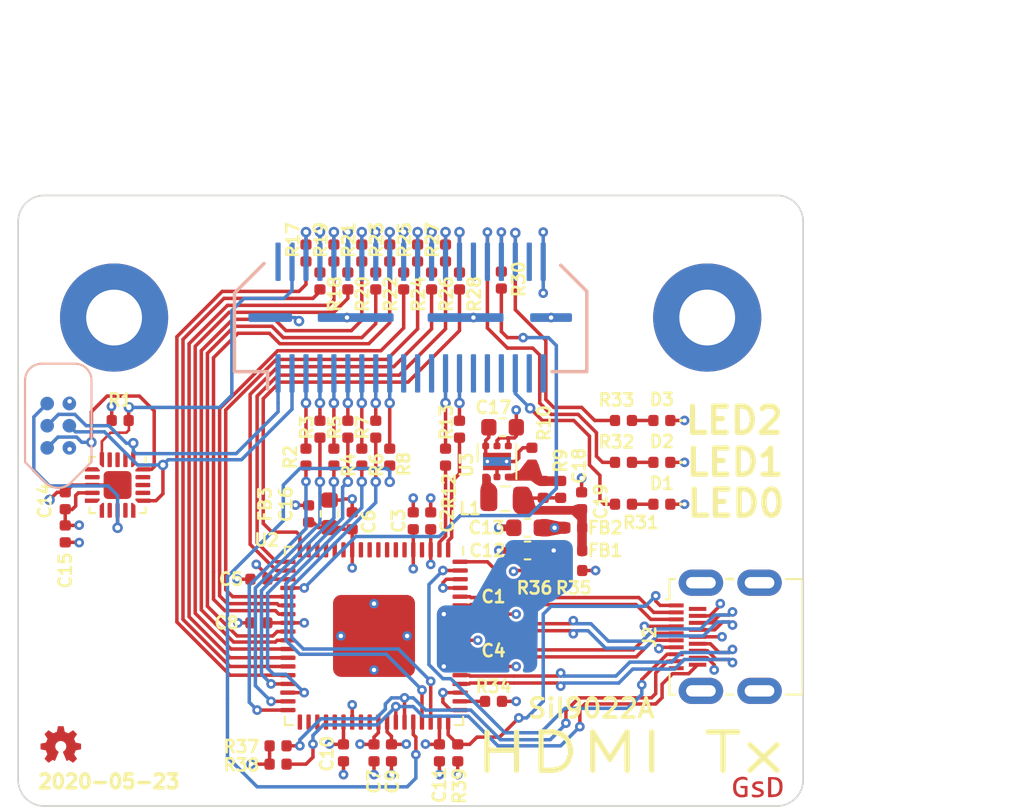
<source format=kicad_pcb>
(kicad_pcb (version 20221018) (generator pcbnew)
  (title_block (title "sii9022a Breakout") (date "2020-05-23") (rev "r1.0") (comment 1 "SYZYGY Pod"))
  (layers (0 "F.Cu" signal) (1 "In1.Cu" power) (2 "In2.Cu" signal) (31 "B.Cu" signal) (34 "B.Paste" user) (35 "F.Paste" user) (36 "B.SilkS" user "B.Silkscreen") (37 "F.SilkS" user "F.Silkscreen") (38 "B.Mask" user) (39 "F.Mask" user) (44 "Edge.Cuts" user))
  (net 0 "")
  (net 1 "GND")
  (net 2 "+3V3")
  (net 3 "/Peripheral MCU/MISO")
  (net 4 "/Peripheral MCU/~{RESET}")
  (net 5 "/SCL")
  (net 6 "/SDA")
  (net 7 "/RGA")
  (net 8 "/D0")
  (net 9 "/D1")
  (net 10 "/D2")
  (net 11 "/D3")
  (net 12 "/D4")
  (net 13 "/D5")
  (net 14 "/D6")
  (net 15 "/D7")
  (net 16 "/D8")
  (net 17 "/D9")
  (net 18 "/D10")
  (net 19 "/D11")
  (net 20 "Net-(D1-Pad2)")
  (net 21 "Net-(D2-Pad2)")
  (net 22 "Net-(D3-Pad2)")
  (net 23 "Net-(J1-Pad5)")
  (net 24 "Net-(J1-Pad6)")
  (net 25 "Net-(J1-Pad7)")
  (net 26 "Net-(J1-Pad8)")
  (net 27 "Net-(J1-Pad9)")
  (net 28 "Net-(J1-Pad10)")
  (net 29 "Net-(J1-Pad11)")
  (net 30 "Net-(J1-Pad12)")
  (net 31 "Net-(J1-Pad13)")
  (net 32 "Net-(J1-Pad14)")
  (net 33 "Net-(J1-Pad15)")
  (net 34 "Net-(J1-Pad16)")
  (net 35 "Net-(J1-Pad17)")
  (net 36 "Net-(J1-Pad18)")
  (net 37 "Net-(J1-Pad19)")
  (net 38 "Net-(J1-Pad20)")
  (net 39 "Net-(J1-Pad21)")
  (net 40 "Net-(J1-Pad22)")
  (net 41 "Net-(J1-Pad24)")
  (net 42 "Net-(J1-Pad25)")
  (net 43 "Net-(J1-Pad26)")
  (net 44 "Net-(J1-Pad27)")
  (net 45 "Net-(J1-Pad28)")
  (net 46 "/LED0")
  (net 47 "/LED1")
  (net 48 "/LED2")
  (net 49 "Net-(C10-Pad1)")
  (net 50 "Net-(J2-Pad18)")
  (net 51 "Net-(J2-Pad17)")
  (net 52 "Net-(J2-Pad15)")
  (net 53 "Net-(J2-Pad1)")
  (net 54 "/CLK_N")
  (net 55 "/CLK_P")
  (net 56 "/TX1_N")
  (net 57 "/TX1_P")
  (net 58 "/TX0_N")
  (net 59 "/TX0_P")
  (net 60 "/TX2_N")
  (net 61 "/TX2_P")
  (net 62 "Net-(R34-Pad1)")
  (net 63 "Net-(J1-Pad34)")
  (net 64 "/DE")
  (net 65 "/HSYNC")
  (net 66 "/VSYNC")
  (net 67 "/RESET")
  (net 68 "/INT")
  (net 69 "/CEC")
  (net 70 "/IDCK")
  (net 71 "/EDID_SCL")
  (net 72 "/EDID_SDA")
  (net 73 "+1V2")
  (net 74 "Net-(C1-Pad1)")
  (net 75 "Net-(R35-Pad1)")
  (net 76 "Net-(C13-Pad1)")
  (net 77 "/SPDIF")
  (net 78 "Net-(C18-Pad2)")
  (net 79 "Net-(L1-Pad1)")
  (footprint "Package_DFN_QFN:QFN-20-1EP_3x3mm_P0.45mm_EP1.6x1.6mm" (layer "F.Cu") (at 113.2 97.8 -90)
    (fp_text reference "U1" hide)
    (fp_text value "ATtiny44A-MMH" hide)
  )
  (footprint "Resistor_SMD:R_0402_1005Metric" (layer "F.Cu") (at 113.35 94.1)
    (fp_text reference "R1")
    (fp_text value "10K")
  )
  (footprint "Capacitor_SMD:C_0402_1005Metric" (layer "F.Cu") (at 110.2 98.7 90)
    (fp_text reference "C14")
    (fp_text value "0.1uF")
  )
  (footprint "Capacitor_SMD:C_0402_1005Metric" (layer "F.Cu") (at 110.2 100.6 -90)
    (fp_text reference "C15")
    (fp_text value "1uF")
  )
  (footprint "Resistor_SMD:R_0402_1005Metric" (layer "F.Cu") (at 132 96.2 90)
    (fp_text reference "R12")
    (fp_text value "47R")
  )
  (footprint "Capacitor_SMD:C_0402_1005Metric" (layer "F.Cu") (at 134.75 105.2)
    (fp_text reference "C1")
    (fp_text value "0.1uF")
  )
  (footprint "Resistor_SMD:R_0402_1005Metric" (layer "F.Cu") (at 142.2 98.9)
    (fp_text reference "R31")
    (fp_text value "1k")
  )
  (footprint "Resistor_SMD:R_0402_1005Metric" (layer "F.Cu") (at 125.6 84.5 -90)
    (fp_text reference "R19")
    (fp_text value "47R")
  )
  (footprint "LED_SMD:LED_0402_1005Metric" (layer "F.Cu") (at 144.4 96.5 180)
    (fp_text reference "D2")
    (fp_text value "LED_ALT")
  )
  (footprint "Resistor_SMD:R_0402_1005Metric" (layer "F.Cu") (at 127.2 84.5 -90)
    (fp_text reference "R21")
    (fp_text value "47R")
  )
  (footprint "Resistor_SMD:R_0402_1005Metric" (layer "F.Cu") (at 132.8 86.1 -90)
    (fp_text reference "R28")
    (fp_text value "47R")
  )
  (footprint "Capacitor_SMD:C_0603_1608Metric" (layer "F.Cu") (at 135.27 94.49 180)
    (fp_text reference "C17")
    (fp_text value "10uF")
  )
  (footprint "Capacitor_SMD:C_0402_1005Metric" (layer "F.Cu") (at 121.3 105.7 180)
    (fp_text reference "C8")
    (fp_text value "0.1uF")
  )
  (footprint "Connector_HDMI:HDMI_Micro-D_Molex_46765-1x01" (layer "F.Cu") (at 150 106.5 90)
    (fp_text reference "J2")
    (fp_text value "HDMI_D_1.4")
  )
  (footprint "Resistor_SMD:R_0402_1005Metric" (layer "F.Cu") (at 142.2 96.5)
    (fp_text reference "R32")
    (fp_text value "1k")
  )
  (footprint "Resistor_SMD:R_0402_1005Metric" (layer "F.Cu") (at 139.35 102.7)
    (fp_text reference "R35")
    (fp_text value "DNP")
  )
  (footprint "Resistor_SMD:R_0402_1005Metric" (layer "F.Cu") (at 137.6 98.05 90)
    (fp_text reference "R9")
    (fp_text value "1k")
  )
  (footprint "Resistor_SMD:R_0402_1005Metric" (layer "F.Cu") (at 122.4 113.8 180)
    (fp_text reference "R38")
    (fp_text value "2.2k")
  )
  (footprint "Capacitor_SMD:C_0402_1005Metric" (layer "F.Cu") (at 126.15 113.15 -90)
    (fp_text reference "C10")
    (fp_text value "0.1uF")
  )
  (footprint "Resistor_SMD:R_0402_1005Metric" (layer "F.Cu") (at 131.2 86.1 -90)
    (fp_text reference "R26")
    (fp_text value "47R")
  )
  (footprint "Inductor_SMD:L_0402_1005Metric" (layer "F.Cu") (at 124.15 99.45 -90)
    (fp_text reference "FB3")
    (fp_text value "1k @ 100MHz")
  )
  (footprint "Capacitor_SMD:C_0402_1005Metric" (layer "F.Cu") (at 131.15 99.85 90)
    (fp_text reference "C2")
    (fp_text value "0.1uF")
  )
  (footprint "Capacitor_SMD:C_0402_1005Metric" (layer "F.Cu") (at 127.9 113.15 -90)
    (fp_text reference "C7")
    (fp_text value "0.1uF")
  )
  (footprint "Capacitor_SMD:C_0402_1005Metric" (layer "F.Cu") (at 121.3 103.2 180)
    (fp_text reference "C5")
    (fp_text value "0.1uF")
  )
  (footprint "Capacitor_SMD:C_0402_1005Metric" (layer "F.Cu") (at 126.65 99.85 90)
    (fp_text reference "C6")
    (fp_text value "0.1uF")
  )
  (footprint "Resistor_SMD:R_0402_1005Metric" (layer "F.Cu") (at 127.2 96.2 90)
    (fp_text reference "R6")
    (fp_text value "47R")
  )
  (footprint "Resistor_SMD:R_0402_1005Metric" (layer "F.Cu") (at 132.8 94.6 90)
    (fp_text reference "R13")
    (fp_text value "47R")
  )
  (footprint "Capacitor_SMD:C_0402_1005Metric" (layer "F.Cu") (at 138.6 98.05 90)
    (fp_text reference "C18")
    (fp_text value "22pF")
  )
  (footprint "Capacitor_SMD:C_0603_1608Metric" (layer "F.Cu") (at 136.7 100.25 180)
    (fp_text reference "C13")
    (fp_text value "10uF")
  )
  (footprint "Resistor_SMD:R_0402_1005Metric" (layer "F.Cu") (at 125.6 96.2 90)
    (fp_text reference "R4")
    (fp_text value "47R")
  )
  (footprint "Resistor_SMD:R_0402_1005Metric" (layer "F.Cu") (at 124 96.2 90)
    (fp_text reference "R2")
    (fp_text value "47R")
  )
  (footprint "Resistor_SMD:R_0402_1005Metric" (layer "F.Cu") (at 128.8 84.5 -90)
    (fp_text reference "R23")
    (fp_text value "47R")
  )
  (footprint "Resistor_SMD:R_0402_1005Metric" (layer "F.Cu") (at 132.7 113.15 -90)
    (fp_text reference "R39")
    (fp_text value "10k")
  )
  (footprint "gkl_logos:gsd_logo_small" (layer "F.Cu") (at 149.9 115.2)
    (fp_text reference "G***" hide)
    (fp_text value "LOGO" hide)
  )
  (footprint "LED_SMD:LED_0402_1005Metric" (layer "F.Cu") (at 144.4 98.9 180)
    (fp_text reference "D1")
    (fp_text value "LED_ALT")
  )
  (footprint "Resistor_SMD:R_0402_1005Metric" (layer "F.Cu") (at 136.95 96.15 90)
    (fp_text reference "R10")
    (fp_text value "1k")
  )
  (footprint "Resistor_SMD:R_0402_1005Metric" (layer "F.Cu") (at 130.4 84.5 -90)
    (fp_text reference "R25")
    (fp_text value "47R")
  )
  (footprint "Resistor_SMD:R_0402_1005Metric" (layer "F.Cu") (at 124 84.5 -90)
    (fp_text reference "R17")
    (fp_text value "47R")
  )
  (footprint "Package_DFN_QFN:QFN-72-1EP_10x10mm_P0.5mm_EP6x6mm" (layer "F.Cu") (at 127.9 106.45 -90)
    (fp_text reference "U2")
    (fp_text value "SiI9022A")
  )
  (footprint "Package_SON:WSON-6-1EP_2x2mm_P0.65mm_EP1x1.6mm_ThermalVias" (layer "F.Cu") (at 134.95 96.45 90)
    (fp_text reference "U3")
    (fp_text value "TPS62290")
  )
  (footprint "Resistor_SMD:R_0402_1005Metric" (layer "F.Cu") (at 132 84.5 -90)
    (fp_text reference "R27")
    (fp_text value "47R")
  )
  (footprint "Inductor_SMD:L_0402_1005Metric" (layer "F.Cu") (at 139.35 101.55 180)
    (fp_text reference "FB1")
    (fp_text value "1k @ 100MHz")
  )
  (footprint "Capacitor_SMD:C_0603_1608Metric" (layer "F.Cu") (at 136.7 101.55 180)
    (fp_text reference "C12")
    (fp_text value "10uF")
  )
  (footprint "Resistor_SMD:R_0402_1005Metric" (layer "F.Cu") (at 134.75 110.2)
    (fp_text reference "R34")
    (fp_text value "4.3k")
  )
  (footprint "Resistor_SMD:R_0402_1005Metric" (layer "F.Cu") (at 129.6 86.1 -90)
    (fp_text reference "R24")
    (fp_text value "47R")
  )
  (footprint "Resistor_SMD:R_0402_1005Metric" (layer "F.Cu") (at 126.4 86.1 -90)
    (fp_text reference "R20")
    (fp_text value "47R")
  )
  (footprint "Resistor_SMD:R_0402_1005Metric" (layer "F.Cu") (at 137.2 102.7)
    (fp_text reference "R36")
    (fp_text value "47R")
  )
  (footprint "Capacitor_SMD:C_0402_1005Metric" (layer "F.Cu") (at 139.8 98.7 90)
    (fp_text reference "C19")
    (fp_text value "2.2uF")
  )
  (footprint "Capacitor_SMD:C_0402_1005Metric" (layer "F.Cu") (at 134.75 108.2)
    (fp_text reference "C4")
    (fp_text value "0.1uF")
  )
  (footprint "Capacitor_SMD:C_0402_1005Metric" (layer "F.Cu") (at 130.15 99.85 90)
    (fp_text reference "C3")
    (fp_text value "0.1uF")
  )
  (footprint "Inductor_SMD:L_0805_2012Metric" (layer "F.Cu") (at 135.42 98.59)
    (fp_text reference "L1")
    (fp_text value "2.2uH")
  )
  (footprint "Resistor_SMD:R_0402_1005Metric" (layer "F.Cu") (at 124.8 94.6 90)
    (fp_text reference "R3")
    (fp_text value "47R")
  )
  (footprint "LED_SMD:LED_0402_1005Metric" (layer "F.Cu") (at 144.4 94.1 180)
    (fp_text reference "D3")
    (fp_text value "LED_ALT")
  )
  (footprint "Resistor_SMD:R_0402_1005Metric" (layer "F.Cu") (at 124.8 86.1 -90)
    (fp_text reference "R18")
    (fp_text value "47R")
  )
  (footprint "Resistor_SMD:R_0402_1005Metric" (layer "F.Cu") (at 128 86.1 -90)
    (fp_text reference "R22")
    (fp_text value "47R")
  )
  (footprint "Capacitor_SMD:C_0402_1005Metric" (layer "F.Cu") (at 128.9 113.15 -90)
    (fp_text reference "C9")
    (fp_text value "0.1uF")
  )
  (footprint "Resistor_SMD:R_0402_1005Metric" (layer "F.Cu") (at 142.2 94.1)
    (fp_text reference "R33")
    (fp_text value "1k")
  )
  (footprint "Resistor_SMD:R_0402_1005Metric" (layer "F.Cu") (at 122.4 112.75 180)
    (fp_text reference "R37")
    (fp_text value "2.2k")
  )
  (footprint "Resistor_SMD:R_0402_1005Metric" (layer "F.Cu") (at 126.4 94.6 90)
    (fp_text reference "R5")
    (fp_text value "47R")
  )
  (footprint "Resistor_SMD:R_0402_1005Metric" (layer "F.Cu") (at 128 94.6 90)
    (fp_text reference "R7")
    (fp_text value "47R")
  )
  (footprint "Resistor_SMD:R_0402_1005Metric" (layer "F.Cu") (at 128.8 96.2 90)
    (fp_text reference "R8")
    (fp_text value "47R")
  )
  (footprint "Capacitor_SMD:C_0603_1608Metric" (layer "F.Cu") (at 125.35 99.45 90)
    (fp_text reference "C16")
    (fp_text value "10uF")
  )
  (footprint "Capacitor_SMD:C_0402_1005Metric" (layer "F.Cu") (at 131.65 113.15 -90)
    (fp_text reference "C11")
    (fp_text value "0.1uF")
  )
  (footprint "Resistor_SMD:R_0402_1005Metric" (layer "F.Cu") (at 135.2 86.05 -90)
    (fp_text reference "R30")
    (fp_text value "47R")
  )
  (footprint "gkl_logos:oshw_small" (layer "F.Cu") (at 109.95 112.7)
    (fp_text reference "G***" hide)
    (fp_text value "LOGO" hide)
  )
  (footprint "Inductor_SMD:L_0402_1005Metric" (layer "F.Cu") (at 139.35 100.25 180)
    (fp_text reference "FB2")
    (fp_text value "1k @ 100MHz")
  )
  (footprint "gkl_conn:SYZYGY_standard_pod" (layer "B.Cu") (at 130 88.2 180)
    (fp_text reference "J1" hide)
    (fp_text value "SYZYGY-STD" hide)
  )
  (footprint "pkl_tag_connect:TC2030-NL_SMALL" (layer "B.Cu") (at 109.8 94.4 90)
    (fp_text reference "J3")
    (fp_text value "TagConnect")
  )
  (gr_line (start 151 116.2) (end 109 116.2) (stroke (width 0.1)) (layer "Edge.Cuts"))
  (gr_line (start 109 81.2) (end 151 81.2) (stroke (width 0.1)) (layer "Edge.Cuts"))
  (gr_line (start 107.5 114.7) (end 107.5 82.7) (stroke (width 0.1)) (layer "Edge.Cuts"))
  (gr_arc (start 107.5 82.7) (mid 107.93934 81.63934) (end 109 81.2) (stroke (width 0.1)) (layer "Edge.Cuts"))
  (gr_arc (start 109 116.2) (mid 107.93934 115.76066) (end 107.5 114.7) (stroke (width 0.1)) (layer "Edge.Cuts"))
  (gr_line (start 152.5 82.7) (end 152.5 114.7) (stroke (width 0.1)) (layer "Edge.Cuts"))
  (gr_arc (start 152.5 114.7) (mid 152.06066 115.76066) (end 151 116.2) (stroke (width 0.1)) (layer "Edge.Cuts"))
  (gr_arc (start 151 81.2) (mid 152.06066 81.63934) (end 152.5 82.7) (stroke (width 0.1)) (layer "Edge.Cuts"))
  (gr_text "LED1" (at 148.6 96.5) (layer "F.SilkS") (effects (font (size 1.5 1.5) (thickness 0.3))))
  (gr_text "LED0" (at 148.65 98.85) (layer "F.SilkS") (effects (font (size 1.5 1.5) (thickness 0.3))))
  (gr_text "2020-05-23\n" (at 112.7 114.8) (layer "F.SilkS") (effects (font (size 0.8 0.8) (thickness 0.2))))
  (gr_text "HDMI Tx" (at 142.55 113.15) (layer "F.SilkS") (effects (font (size 2.2 2.959) (thickness 0.3))))
  (gr_text "LED2" (at 148.55 94.1) (layer "F.SilkS") (effects (font (size 1.5 1.5) (thickness 0.3))))
  (gr_text "SiI9022A\n" (at 140.35 110.6) (layer "F.SilkS") (effects (font (size 1.1 1.1) (thickness 0.2))))
  (segment (start 126.65 98.6) (end 126.15 98.6) (width 0.2) (layer "F.Cu") (net 1))
  (segment (start 145.225 107.1) (end 144.302591 107.1) (width 0.2) (layer "F.Cu") (net 1))
  (segment (start 146.45 105.3) (end 147.15 105.3) (width 0.2) (layer "F.Cu") (net 1))
  (segment (start 135.95 102.7) (end 135.9 102.75) (width 0.2) (layer "F.Cu") (net 1))
  (segment (start 135.235 105.2) (end 136.05 105.2) (width 0.2) (layer "F.Cu") (net 1))
  (segment (start 134.3 96.35) (end 134.4 96.45) (width 0.2) (layer "F.Cu") (net 1))
  (segment (start 146.992878 107.7) (end 147.4 108.107122) (width 0.2) (layer "F.Cu") (net 1))
  (segment (start 136 96.45) (end 134.95 96.45) (width 0.2) (layer "F.Cu") (net 1))
  (segment (start 125.35 98.6625) (end 126.0875 98.6625) (width 0.2) (layer "F.Cu") (net 1))
  (segment (start 145.225 105.9) (end 143.4 105.9) (width 0.2) (layer "F.Cu") (net 1))
  (segment (start 147.15 105.3) (end 147.75 104.7) (width 0.2) (layer "F.Cu") (net 1))
  (segment (start 126.65 111.3875) (end 126.65 110.4) (width 0.2) (layer "F.Cu") (net 1))
  (segment (start 110.2 101.085) (end 110.985 101.085) (width 0.2) (layer "F.Cu") (net 1))
  (segment (start 120.815 103.2) (end 120.05 103.2) (width 0.2) (layer "F.Cu") (net 1))
  (segment (start 136.95 95.665) (end 136.435 95.665) (width 0.2) (layer "F.Cu") (net 1))
  (segment (start 136.435 95.665) (end 136.2 95.9) (width 0.2) (layer "F.Cu") (net 1))
  (segment (start 135.9125 101.55) (end 135.05 101.55) (width 0.4) (layer "F.Cu") (net 1))
  (segment (start 144.885 98.9) (end 145.7 98.9) (width 0.2) (layer "F.Cu") (net 1))
  (segment (start 111.75 97.8) (end 110.615 97.8) (width 0.2) (layer "F.Cu") (net 1))
  (segment (start 131.85 110.25) (end 131.85 109.7) (width 0.2) (layer "F.Cu") (net 1))
  (segment (start 144.885 96.5) (end 145.7 96.5) (width 0.2) (layer "F.Cu") (net 1))
  (segment (start 132.8375 110.7) (end 132.3 110.7) (width 0.2) (layer "F.Cu") (net 1))
  (segment (start 110.985 101.085) (end 111 101.1) (width 0.2) (layer "F.Cu") (net 1))
  (segment (start 131.15 99.365) (end 131.15 98.55) (width 0.2) (layer "F.Cu") (net 1))
  (segment (start 132.05 103.2) (end 131.85 103.4) (width 0.2) (layer "F.Cu") (net 1))
  (segment (start 135.235 108.2) (end 136.05 108.2) (width 0.2) (layer "F.Cu") (net 1))
  (segment (start 126.15 113.635) (end 126.15 114.4) (width 0.2) (layer "F.Cu") (net 1))
  (segment (start 109.735 98.215) (end 109.3 98.65) (width 0.2) (layer "F.Cu") (net 1))
  (segment (start 135.235 110.2) (end 136.05 110.2) (width 0.2) (layer "F.Cu") (net 1))
  (segment (start 132.8375 103.2) (end 132.05 103.2) (width 0.2) (layer "F.Cu") (net 1))
  (segment (start 132.8375 106.7) (end 133.85 106.7) (width 0.2) (layer "F.Cu") (net 1))
  (segment (start 146.45 106.5) (end 147.85 106.5) (width 0.2) (layer "F.Cu") (net 1))
  (segment (start 128.9 113.635) (end 128.9 114.4) (width 0.2) (layer "F.Cu") (net 1))
  (segment (start 132.3 110.7) (end 131.85 110.25) (width 0.2) (layer "F.Cu") (net 1))
  (segment (start 147.75 104.7) (end 147.75 104.6) (width 0.2) (layer "F.Cu") (net 1))
  (segment (start 134.3 95.25) (end 134.4825 95.0675) (width 0.2) (layer "F.Cu") (net 1))
  (segment (start 126.15 98.6) (end 126.0875 98.6625) (width 0.2) (layer "F.Cu") (net 1))
  (segment (start 147.4 108.107122) (end 147.4 108.4) (width 0.2) (layer "F.Cu") (net 1))
  (segment (start 132.8375 109.7) (end 131.85 109.7) (width 0.2) (layer "F.Cu") (net 1))
  (segment (start 132.8375 103.7) (end 131.85 103.7) (width 0.2) (layer "F.Cu") (net 1))
  (segment (start 144.302591 107.1) (end 144.227581 107.17501) (width 0.2) (layer "F.Cu") (net 1))
  (segment (start 134.4825 95.0675) (end 134.4825 94.49) (width 0.2) (layer "F.Cu") (net 1))
  (segment (start 131.85 103.4) (end 131.85 103.7) (width 0.2) (layer "F.Cu") (net 1))
  (segment (start 131.65 114.399998) (end 131.650001 114.399999) (width 0.2) (layer "F.Cu") (net 1))
  (segment (start 144.885 94.1) (end 145.7 94.1) (width 0.2) (layer "F.Cu") (net 1))
  (segment (start 136.2 96.25) (end 136 96.45) (width 0.2) (layer "F.Cu") (net 1))
  (segment (start 110.2 98.215) (end 109.735 98.215) (width 0.2) (layer "F.Cu") (net 1))
  (segment (start 134.3 95.5625) (end 134.3 96.35) (width 0.2) (layer "F.Cu") (net 1))
  (segment (start 127.9 113.635) (end 127.9 114.4) (width 0.2) (layer "F.Cu") (net 1))
  (segment (start 136.2 95.9) (end 136.2 96.25) (width 0.2) (layer "F.Cu") (net 1))
  (segment (start 136.15 102.7) (end 135.95 102.7) (width 0.2) (layer "F.Cu") (net 1))
  (segment (start 110.615 97.8) (end 110.2 98.215) (width 0.2) (layer "F.Cu") (net 1))
  (segment (start 130.15 99.365) (end 130.15 98.55) (width 0.2) (layer "F.Cu") (net 1))
  (segment (start 134.3 95.5625) (end 134.3 95.25) (width 0.2) (layer "F.Cu") (net 1))
  (segment (start 139.8 98.215) (end 139.8 97.4) (width 0.2) (layer "F.Cu") (net 1))
  (segment (start 146.45 107.7) (end 146.992878 107.7) (width 0.2) (layer "F.Cu") (net 1))
  (segment (start 132.7 113.635) (end 132.7 114.4) (width 0.2) (layer "F.Cu") (net 1))
  (segment (start 120.815 105.7) (end 120.1 105.7) (width 0.2) (layer "F.Cu") (net 1))
  (segment (start 136.715 102.7) (end 136.15 102.7) (width 0.2) (layer "F.Cu") (net 1))
  (segment (start 126.65 99.365) (end 126.65 98.6) (width 0.2) (layer "F.Cu") (net 1))
  (segment (start 131.65 113.635) (end 131.65 114.399998) (width 0.2) (layer "F.Cu") (net 1))
  (segment (start 113.2 97.8) (end 111.75 97.8) (width 0.2) (layer "F.Cu") (net 1))
  (segment (start 135.9125 100.25) (end 135.05 100.25) (width 0.4) (layer "F.Cu") (net 1))
  (segment (start 134.95 97.3375) (end 134.95 96.45) (width 0.2) (layer "F.Cu") (net 1))
  (via (at 109.3 98.65) (size 0.6) (drill 0.3) (layers "F.Cu" "B.Cu") (net 1))
  (via (at 126.35 88.2) (size 0.55) (drill 0.25) (layers "F.Cu" "B.Cu") (net 1))
  (via (at 127.9 114.4) (size 0.55) (drill 0.25) (layers "F.Cu" "B.Cu") (net 1))
  (via (at 126.65 98.6) (size 0.55) (drill 0.25) (layers "F.Cu" "B.Cu") (net 1))
  (via (at 111 101.1) (size 0.55) (drill 0.25) (layers "F.Cu" "B.Cu") (net 1))
  (via (at 123.6 88.4) (size 0.6) (drill 0.3) (layers "F.Cu" "B.Cu") (net 1))
  (via (at 145.7 96.5) (size 0.55) (drill 0.25) (layers "F.Cu" "B.Cu") (net 1))
  (via (at 110.45 93) (size 0.55) (drill 0.25) (layers "F.Cu" "B.Cu") (net 1))
  (via (at 132.7 114.4) (size 0.55) (drill 0.25) (layers "F.Cu" "B.Cu") (net 1))
  (via (at 143.4 105.9) (size 0.55) (drill 0.25) (layers "F.Cu" "B.Cu") (net 1))
  (via (at 131.85 103.7) (size 0.55) (drill 0.25) (layers "F.Cu" "B.Cu") (net 1))
  (via (at 133.85 106.7) (size 0.55) (drill 0.25) (layers "F.Cu" "B.Cu") (net 1))
  (via (at 147.85 106.5) (size 0.55) (drill 0.25) (layers "F.Cu" "B.Cu") (net 1))
  (via (at 127.9 108.4) (size 0.55) (drill 0.25) (layers "F.Cu" "B.Cu") (net 1))
  (via (at 144.227581 107.17501) (size 0.55) (drill 0.25) (layers "F.Cu" "B.Cu") (net 1))
  (via (at 145.7 98.9) (size 0.55) (drill 0.25) (layers "F.Cu" "B.Cu") (net 1))
  (via (at 128.9 114.4) (size 0.55) (drill 0.25) (layers "F.Cu" "B.Cu") (net 1))
  (via (at 133.6 88.2) (size 0.55) (drill 0.25) (layers "F.Cu" "B.Cu") (net 1))
  (via (at 120.1 105.7) (size 0.55) (drill 0.25) (layers "F.Cu" "B.Cu") (net 1))
  (via (at 135.05 101.55) (size 0.55) (drill 0.25) (layers "F.Cu" "B.Cu") (net 1))
  (via (at 136.05 108.2) (size 0.55) (drill 0.25) (layers "F.Cu" "B.Cu") (net 1))
  (via (at 136.05 110.2) (size 0.55) (drill 0.25) (layers "F.Cu" "B.Cu") (net 1))
  (via (at 131.650001 114.399999) (size 0.55) (drill 0.25) (layers "F.Cu" "B.Cu") (net 1))
  (via (at 131.85 109.7) (size 0.55) (drill 0.25) (layers "F.Cu" "B.Cu") (net 1))
  (via (at 136.05 105.2) (size 0.55) (drill 0.25) (layers "F.Cu" "B.Cu") (net 1))
  (via (at 120.05 103.2) (size 0.55) (drill 0.25) (layers "F.Cu" "B.Cu") (net 1))
  (via (at 126 106.45) (size 0.55) (drill 0.25) (layers "F.Cu" "B.Cu") (net 1))
  (via (at 127.9 104.6) (size 0.55) (drill 0.25) (layers "F.Cu" "B.Cu") (net 1))
  (via (at 135.9 102.75) (size 0.55) (drill 0.25) (layers "F.Cu" "B.Cu") (net 1))
  (via (at 126.15 114.4) (size 0.55) (drill 0.25) (layers "F.Cu" "B.Cu") (net 1))
  (via (at 147.75 104.6) (size 0.55) (drill 0.25) (layers "F.Cu" "B.Cu") (net 1))
  (via (at 129.8 106.45) (size 0.55) (drill 0.25) (layers "F.Cu" "B.Cu") (net 1))
  (via (at 147.4 108.4) (size 0.55) (drill 0.25) (layers "F.Cu" "B.Cu") (net 1))
  (via (at 139.8 97.4) (size 0.55) (drill 0.25) (layers "F.Cu" "B.Cu") (net 1))
  (via (at 131.15 98.55) (size 0.55) (drill 0.25) (layers "F.Cu" "B.Cu") (net 1))
  (via (at 138.05 88.2) (size 0.55) (drill 0.25) (layers "F.Cu" "B.Cu") (net 1))
  (via (at 135.05 100.25) (size 0.55) (drill 0.25) (layers "F.Cu" "B.Cu") (net 1))
  (via (at 126.65 110.4) (size 0.55) (drill 0.25) (layers "F.Cu" "B.Cu") (net 1))
  (via (at 130.15 98.55) (size 0.55) (drill 0.25) (layers "F.Cu" "B.Cu") (net 1))
  (via (at 145.7 94.1) (size 0.55) (drill 0.25) (layers "F.Cu" "B.Cu") (net 1))
  (segment (start 110.435 93.015) (end 110.45 93) (width 0.2) (layer "B.Cu") (net 1))
  (segment (start 121.95 88.2) (end 123.4 88.2) (width 0.2) (layer "B.Cu") (net 1))
  (segment (start 126.85 88.2) (end 126.35 88.2) (width 0.2) (layer "B.Cu") (net 1))
  (segment (start 110.435 93.13) (end 110.435 93.015) (width 0.2) (layer "B.Cu") (net 1))
  (segment (start 133.15 88.2) (end 133.6 88.2) (width 0.2) (layer "B.Cu") (net 1))
  (segment (start 123.4 88.2) (end 123.6 88.4) (width 0.2) (layer "B.Cu") (net 1))
  (segment (start 136.0575 94.9925) (end 136.0575 94.49) (width 0.2) (layer "F.Cu") (net 2))
  (segment (start 134.95 95.25) (end 135.1 95.1) (width 0.2) (layer "F.Cu") (net 2))
  (segment (start 123.415 98.965) (end 123.4 98.95) (width 0.2) (layer "F.Cu") (net 2))
  (segment (start 139.835 102.7) (end 140.6 102.7) (width 0.2) (layer "F.Cu") (net 2))
  (segment (start 111.75 98.25) (end 110.95 98.25) (width 0.2) (layer "F.Cu") (net 2))
  (segment (start 136.0575 93.5075) (end 136.05 93.5) (width 0.2) (layer "F.Cu") (net 2))
  (segment (start 112.865 93.315) (end 112.85 93.3) (width 0.2) (layer "F.Cu") (net 2))
  (segment (start 121.915 113.8) (end 120.85 113.8) (width 0.2) (layer "F.Cu") (net 2))
  (segment (start 110.2 100.115) (end 110.985 100.115) (width 0.2) (layer "F.Cu") (net 2))
  (segment (start 135.6 95.5625) (end 135.6 95.1) (width 0.2) (layer "F.Cu") (net 2))
  (segment (start 135.95 95.1) (end 136.0575 94.9925) (width 0.2) (layer "F.Cu") (net 2))
  (segment (start 121.915 113.8) (end 121.915 112.75) (width 0.2) (layer "F.Cu") (net 2))
  (segment (start 136.0575 94.49) (end 136.0575 93.5075) (width 0.2) (layer "F.Cu") (net 2))
  (segment (start 124.15 98.965) (end 123.415 98.965) (width 0.2) (layer "F.Cu") (net 2))
  (segment (start 110.95 98.25) (end 110.8 98.4) (width 0.2) (layer "F.Cu") (net 2))
  (segment (start 110.6 99.2) (end 110.2 99.2) (width 0.2) (layer "F.Cu") (net 2))
  (segment (start 110.8 99) (end 110.6 99.2) (width 0.2) (layer "F.Cu") (net 2))
  (segment (start 135.1 95.1) (end 135.6 95.1) (width 0.2) (layer "F.Cu") (net 2))
  (segment (start 110.2 100.1) (end 110.2 99.2) (width 0.2) (layer "F.Cu") (net 2))
  (segment (start 112.865 94.1) (end 112.865 93.315) (width 0.2) (layer "F.Cu") (net 2))
  (segment (start 134.95 95.5625) (end 134.95 95.25) (width 0.2) (layer "F.Cu") (net 2))
  (segment (start 135.6 95.1) (end 135.95 95.1) (width 0.2) (layer "F.Cu") (net 2))
  (segment (start 110.8 98.4) (end 110.8 99) (width 0.2) (layer "F.Cu") (net 2))
  (segment (start 110.985 100.115) (end 111 100.1) (width 0.2) (layer "F.Cu") (net 2))
  (via (at 140.6 102.7) (size 0.55) (drill 0.25) (layers "F.Cu" "B.Cu") (net 2))
  (via (at 137.6 86.8) (size 0.55) (drill 0.25) (layers "F.Cu" "B.Cu") (net 2))
  (via (at 123.4 98.95) (size 0.55) (drill 0.25) (layers "F.Cu" "B.Cu") (net 2))
  (via (at 111 100.1) (size 0.55) (drill 0.25) (layers "F.Cu" "B.Cu") (net 2))
  (via (at 112.85 93.3) (size 0.55) (drill 0.25) (layers "F.Cu" "B.Cu") (net 2))
  (via (at 137.6 83.3) (size 0.55) (drill 0.25) (layers "F.Cu" "B.Cu") (net 2))
  (via (at 110.45 95.75) (size 0.55) (drill 0.25) (layers "F.Cu" "B.Cu") (net 2))
  (via (at 120.85 113.8) (size 0.55) (drill 0.25) (layers "F.Cu" "B.Cu") (net 2))
  (via (at 136.05 93.5) (size 0.55) (drill 0.25) (layers "F.Cu" "B.Cu") (net 2))
  (segment (start 137.6 85) (end 137.6 83.3) (width 0.2) (layer "B.Cu") (net 2))
  (segment (start 110.435 95.735) (end 110.45 95.75) (width 0.2) (layer "B.Cu") (net 2))
  (segment (start 137.6 85) (end 137.6 86.8) (width 0.2) (layer "B.Cu") (net 2))
  (segment (start 110.435 95.67) (end 110.435 95.735) (width 0.2) (layer "B.Cu") (net 2))
  (segment (start 112.6 92.7) (end 111.7 93.6) (width 0.2) (layer "F.Cu") (net 3))
  (segment (start 115.3 93.55) (end 114.45 92.7) (width 0.2) (layer "F.Cu") (net 3))
  (segment (start 111.7 93.6) (end 111.7 95.35) (width 0.2) (layer "F.Cu") (net 3))
  (segment (start 115.3 96.75) (end 115.3 93.55) (width 0.2) (layer "F.Cu") (net 3))
  (segment (start 115.15 96.9) (end 115.3 96.75) (width 0.2) (layer "F.Cu") (net 3))
  (segment (start 114.65 96.9) (end 115.15 96.9) (width 0.2) (layer "F.Cu") (net 3))
  (segment (start 114.45 92.7) (end 112.6 92.7) (width 0.2) (layer "F.Cu") (net 3))
  (via (at 111.7 95.35) (size 0.6) (drill 0.3) (layers "F.Cu" "B.Cu") (net 3))
  (segment (start 111.15 95.35) (end 110.85 95.05) (width 0.2) (layer "B.Cu") (net 3))
  (segment (start 111.7 95.35) (end 111.15 95.35) (width 0.2) (layer "B.Cu") (net 3))
  (segment (start 109.785 95.05) (end 109.165 95.67) (width 0.2) (layer "B.Cu") (net 3))
  (segment (start 110.85 95.05) (end 109.785 95.05) (width 0.2) (layer "B.Cu") (net 3))
  (segment (start 113.2 100.25) (end 113.2 99.25) (width 0.2) (layer "F.Cu") (net 4))
  (via (at 113.2 100.25) (size 0.6) (drill 0.3) (layers "F.Cu" "B.Cu") (net 4))
  (segment (start 108.4 93.895) (end 108.4 96.95) (width 0.2) (layer "B.Cu") (net 4))
  (segment (start 112.65 97.85) (end 113.2 98.4) (width 0.2) (layer "B.Cu") (net 4))
  (segment (start 108.4 96.95) (end 109.3 97.85) (width 0.2) (layer "B.Cu") (net 4))
  (segment (start 113.2 98.4) (end 113.2 100.25) (width 0.2) (layer "B.Cu") (net 4))
  (segment (start 109.165 93.13) (end 108.4 93.895) (width 0.2) (layer "B.Cu") (net 4))
  (segment (start 109.3 97.85) (end 112.65 97.85) (width 0.2) (layer "B.Cu") (net 4))
  (segment (start 114.1 95.4) (end 114.1 96.35) (width 0.2) (layer "F.Cu") (net 5))
  (via (at 114.1 95.4) (size 0.6) (drill 0.3) (layers "F.Cu" "B.Cu") (net 5))
  (segment (start 122.4 91.4) (end 122.4 93.1) (width 0.2) (layer "B.Cu") (net 5))
  (segment (start 120 96) (end 114.25 96) (width 0.2) (layer "B.Cu") (net 5))
  (segment (start 114.25 96) (end 114.1 95.85) (width 0.2) (layer "B.Cu") (net 5))
  (segment (start 114.1 95.85) (end 114.1 95.4) (width 0.2) (layer "B.Cu") (net 5))
  (segment (start 112.7 94.4) (end 113.7 95.4) (width 0.2) (layer "B.Cu") (net 5))
  (segment (start 110.75 93.75) (end 111.4 94.4) (width 0.2) (layer "B.Cu") (net 5))
  (segment (start 122.4 91.4) (end 122.4 93.15) (width 0.15) (layer "B.Cu") (net 5))
  (segment (start 122.4 93.1) (end 122.4 93.6) (width 0.2) (layer "B.Cu") (net 5))
  (segment (start 109.815 93.75) (end 110.75 93.75) (width 0.2) (layer "B.Cu") (net 5))
  (segment (start 111.4 94.4) (end 112.7 94.4) (width 0.2) (layer "B.Cu") (net 5))
  (segment (start 122.4 93.6) (end 120 96) (width 0.2) (layer "B.Cu") (net 5))
  (segment (start 109.165 94.4) (end 109.815 93.75) (width 0.2) (layer "B.Cu") (net 5))
  (segment (start 113.7 95.4) (end 114.1 95.4) (width 0.2) (layer "B.Cu") (net 5))
  (segment (start 115.8 96.65) (end 115.8 98.3) (width 0.2) (layer "F.Cu") (net 6))
  (segment (start 115.8 98.3) (end 115.4 98.7) (width 0.2) (layer "F.Cu") (net 6))
  (segment (start 115.4 98.7) (end 114.65 98.7) (width 0.2) (layer "F.Cu") (net 6))
  (via (at 115.8 96.65) (size 0.6) (drill 0.3) (layers "F.Cu" "B.Cu") (net 6))
  (segment (start 123.2 91.4) (end 123.2 93.45) (width 0.2) (layer "B.Cu") (net 6))
  (segment (start 114.35 96.65) (end 112.449989 94.749989) (width 0.2) (layer "B.Cu") (net 6))
  (segment (start 115.8 96.65) (end 114.35 96.65) (width 0.2) (layer "B.Cu") (net 6))
  (segment (start 116.1 96.35) (end 115.8 96.65) (width 0.2) (layer "B.Cu") (net 6))
  (segment (start 123.2 93.45) (end 120.3 96.35) (width 0.2) (layer "B.Cu") (net 6))
  (segment (start 110.784989 94.749989) (end 110.435 94.4) (width 0.2) (layer "B.Cu") (net 6))
  (segment (start 112.449989 94.749989) (end 110.784989 94.749989) (width 0.2) (layer "B.Cu") (net 6))
  (segment (start 120.3 96.35) (end 116.1 96.35) (width 0.2) (layer "B.Cu") (net 6))
  (segment (start 113.835 93.365) (end 113.85 93.35) (width 0.2) (layer "F.Cu") (net 7))
  (segment (start 113.7 94.8) (end 113.85 94.65) (width 0.15) (layer "F.Cu") (net 7))
  (segment (start 112.8 94.8) (end 113.7 94.8) (width 0.15) (layer "F.Cu") (net 7))
  (segment (start 113.85 94.65) (end 113.85 94.1) (width 0.15) (layer "F.Cu") (net 7))
  (segment (start 113.835 94.1) (end 113.835 93.365) (width 0.2) (layer "F.Cu") (net 7))
  (segment (start 112.3 96.35) (end 112.3 95.3) (width 0.15) (layer "F.Cu") (net 7))
  (segment (start 112.3 95.3) (end 112.8 94.8) (width 0.15) (layer "F.Cu") (net 7))
  (via (at 113.85 93.35) (size 0.6) (drill 0.3) (layers "F.Cu" "B.Cu") (net 7))
  (segment (start 119.75 92.65) (end 119.75 87.8) (width 0.2) (layer "B.Cu") (net 7))
  (segment (start 123.2 86.65) (end 123.2 85) (width 0.2) (layer "B.Cu") (net 7))
  (segment (start 113.85 93.35) (end 119.05 93.35) (width 0.2) (layer "B.Cu") (net 7))
  (segment (start 120.45 87.1) (end 122.75 87.1) (width 0.2) (layer "B.Cu") (net 7))
  (segment (start 122.75 87.1) (end 123.2 86.65) (width 0.2) (layer "B.Cu") (net 7))
  (segment (start 119.05 93.35) (end 119.75 92.65) (width 0.2) (layer "B.Cu") (net 7))
  (segment (start 119.75 87.8) (end 120.45 87.1) (width 0.2) (layer "B.Cu") (net 7))
  (segment (start 119.65 108.7) (end 122.9625 108.7) (width 0.2) (layer "F.Cu") (net 8))
  (segment (start 123.6 86.7) (end 119.2 86.7) (width 0.2) (layer "F.Cu") (net 8))
  (segment (start 116.6 89.3) (end 116.6 105.65) (width 0.2) (layer "F.Cu") (net 8))
  (segment (start 116.6 105.65) (end 119.65 108.7) (width 0.2) (layer "F.Cu") (net 8))
  (segment (start 119.2 86.7) (end 116.6 89.3) (width 0.2) (layer "F.Cu") (net 8))
  (segment (start 124 84.985) (end 124 86.3) (width 0.2) (layer "F.Cu") (net 8))
  (segment (start 124 86.3) (end 123.6 86.7) (width 0.2) (layer "F.Cu") (net 8))
  (segment (start 119.65 108.2) (end 122.9625 108.2) (width 0.2) (layer "F.Cu") (net 9))
  (segment (start 119.3 87.1) (end 116.95 89.45) (width 0.2) (layer "F.Cu") (net 9))
  (segment (start 124.4 87.1) (end 119.3 87.1) (width 0.2) (layer "F.Cu") (net 9))
  (segment (start 116.95 105.5) (end 119.65 108.2) (width 0.2) (layer "F.Cu") (net 9))
  (segment (start 116.95 89.45) (end 116.95 105.5) (width 0.2) (layer "F.Cu") (net 9))
  (segment (start 124.8 86.7) (end 124.4 87.1) (width 0.2) (layer "F.Cu") (net 9))
  (segment (start 125.6 84.985) (end 125.6 87.2) (width 0.2) (layer "F.Cu") (net 10))
  (segment (start 117.3 89.7) (end 117.3 105.35) (width 0.2) (layer "F.Cu") (net 10))
  (segment (start 117.3 105.35) (end 119.65 107.7) (width 0.2) (layer "F.Cu") (net 10))
  (segment (start 125.6 87.2) (end 125.3 87.5) (width 0.2) (layer "F.Cu") (net 10))
  (segment (start 125.3 87.5) (end 119.5 87.5) (width 0.2) (layer "F.Cu") (net 10))
  (segment (start 119.65 107.7) (end 122.9625 107.7) (width 0.2) (layer "F.Cu") (net 10))
  (segment (start 119.5 87.5) (end 117.3 89.7) (width 0.2) (layer "F.Cu") (net 10))
  (segment (start 117.65 105.15) (end 119.7 107.2) (width 0.2) (layer "F.Cu") (net 11))
  (segment (start 126.4 86.585) (end 126.4 87.1) (width 0.2) (layer "F.Cu") (net 11))
  (segment (start 119.7 107.2) (end 122.9625 107.2) (width 0.2) (layer "F.Cu") (net 11))
  (segment (start 117.65 89.85) (end 117.65 105.15) (width 0.2) (layer "F.Cu") (net 11))
  (segment (start 126.4 87.1) (end 125.6 87.9) (width 0.2) (layer "F.Cu") (net 11))
  (segment (start 125.6 87.9) (end 119.6 87.9) (width 0.2) (layer "F.Cu") (net 11))
  (segment (start 119.6 87.9) (end 117.65 89.85) (width 0.2) (layer "F.Cu") (net 11))
  (segment (start 127.2 88.35) (end 127.2 84.985) (width 0.2) (layer "F.Cu") (net 12))
  (segment (start 122.85 88.95) (end 126.6 88.95) (width 0.2) (layer "F.Cu") (net 12))
  (segment (start 122.25 106.8) (end 119.85 106.8) (width 0.2) (layer "F.Cu") (net 12))
  (segment (start 118 90.1) (end 119.8 88.3) (width 0.2) (layer "F.Cu") (net 12))
  (segment (start 122.2 88.3) (end 122.85 88.95) (width 0.2) (layer "F.Cu") (net 12))
  (segment (start 122.9625 106.7) (end 122.35 106.7) (width 0.2) (layer "F.Cu") (net 12))
  (segment (start 122.35 106.7) (end 122.25 106.8) (width 0.2) (layer "F.Cu") (net 12))
  (segment (start 126.6 88.95) (end 127.2 88.35) (width 0.2) (layer "F.Cu") (net 12))
  (segment (start 119.85 106.8) (end 118 104.95) (width 0.2) (layer "F.Cu") (net 12))
  (segment (start 119.8 88.3) (end 122.2 88.3) (width 0.2) (layer "F.Cu") (net 12))
  (segment (start 118 104.95) (end 118 90.1) (width 0.2) (layer "F.Cu") (net 12))
  (segment (start 122.35 106.2) (end 122.1 106.45) (width 0.2) (layer "F.Cu") (net 13))
  (segment (start 118.35 90.25) (end 119.9 88.7) (width 0.2) (layer "F.Cu") (net 13))
  (segment (start 120.05 106.45) (end 118.35 104.75) (width 0.2) (layer "F.Cu") (net 13))
  (segment (start 122.7 89.35) (end 127.2 89.35) (width 0.2) (layer "F.Cu") (net 13))
  (segment (start 122.9625 106.2) (end 122.35 106.2) (width 0.2) (layer "F.Cu") (net 13))
  (segment (start 119.9 88.7) (end 122.05 88.7) (width 0.2) (layer "F.Cu") (net 13))
  (segment (start 128 88.55) (end 128 86.585) (width 0.2) (layer "F.Cu") (net 13))
  (segment (start 118.35 104.75) (end 118.35 90.25) (width 0.2) (layer "F.Cu") (net 13))
  (segment (start 122.1 106.45) (end 120.05 106.45) (width 0.2) (layer "F.Cu") (net 13))
  (segment (start 122.05 88.7) (end 122.7 89.35) (width 0.2) (layer "F.Cu") (net 13))
  (segment (start 127.2 89.35) (end 128 88.55) (width 0.2) (layer "F.Cu") (net 13))
  (segment (start 122.5 89.7) (end 121.9 89.1) (width 0.2) (layer "F.Cu") (net 14))
  (segment (start 122.25 105) (end 119.35 105) (width 0.2) (layer "F.Cu") (net 14))
  (segment (start 127.6 89.7) (end 122.5 89.7) (width 0.2) (layer "F.Cu") (net 14))
  (segment (start 121.9 89.1) (end 120.1 89.1) (width 0.2) (layer "F.Cu") (net 14))
  (segment (start 122.9625 105.2) (end 122.45 105.2) (width 0.2) (layer "F.Cu") (net 14))
  (segment (start 118.7 90.5) (end 118.7 102.8) (width 0.2) (layer "F.Cu") (net 14))
  (segment (start 122.45 105.2) (end 122.25 105) (width 0.2) (layer "F.Cu") (net 14))
  (segment (start 120.1 89.1) (end 118.7 90.5) (width 0.2) (layer "F.Cu") (net 14))
  (segment (start 128.8 88.5) (end 127.6 89.7) (width 0.2) (layer "F.Cu") (net 14))
  (segment (start 128.8 84.985) (end 128.8 88.5) (width 0.2) (layer "F.Cu") (net 14))
  (segment (start 119.35 105) (end 118.7 104.35) (width 0.2) (layer "F.Cu") (net 14))
  (segment (start 118.7 104.35) (end 118.7 102.8) (width 0.2) (layer "F.Cu") (net 14))
  (segment (start 122.375721 90.1) (end 119.05 93.425721) (width 0.2) (layer "F.Cu") (net 15))
  (segment (start 129.6 88.8) (end 128.3 90.1) (width 0.2) (layer "F.Cu") (net 15))
  (segment (start 119.05 93.425721) (end 119.05 102.669041) (width 0.2) (layer "F.Cu") (net 15))
  (segment (start 128.3 90.1) (end 122.375721 90.1) (width 0.2) (layer "F.Cu") (net 15))
  (segment (start 119.05 102.669041) (end 119.05 104.15) (width 0.2) (layer "F.Cu") (net 15))
  (segment (start 129.6 86.585) (end 129.6 88.8) (width 0.2) (layer "F.Cu") (net 15))
  (segment (start 119.5 104.6) (end 122.35 104.6) (width 0.2) (layer "F.Cu") (net 15))
  (segment (start 122.35 104.6) (end 122.45 104.7) (width 0.2) (layer "F.Cu") (net 15))
  (segment (start 119.05 104.15) (end 119.5 104.6) (width 0.2) (layer "F.Cu") (net 15))
  (segment (start 122.45 104.7) (end 122.9625 104.7) (width 0.2) (layer "F.Cu") (net 15))
  (segment (start 122.9625 104.2) (end 119.8 104.2) (width 0.2) (layer "F.Cu") (net 16))
  (segment (start 119.4 93.5) (end 119.4 102.35) (width 0.2) (layer "F.Cu") (net 16))
  (segment (start 128.65 90.6) (end 122.3 90.6) (width 0.2) (layer "F.Cu") (net 16))
  (segment (start 122.3 90.6) (end 119.4 93.5) (width 0.2) (layer "F.Cu") (net 16))
  (segment (start 130.4 84.985) (end 130.4 88.85) (width 0.2) (layer "F.Cu") (net 16))
  (segment (start 119.4 103.8) (end 119.4 102.35) (width 0.2) (layer "F.Cu") (net 16))
  (segment (start 130.4 88.85) (end 128.65 90.6) (width 0.2) (layer "F.Cu") (net 16))
  (segment (start 119.8 104.2) (end 119.4 103.8) (width 0.2) (layer "F.Cu") (net 16))
  (segment (start 122.386049 91.013951) (end 129.036049 91.013951) (width 0.2) (layer "F.Cu") (net 17))
  (segment (start 120.8 92.6) (end 122.386049 91.013951) (width 0.2) (layer "F.Cu") (net 17))
  (segment (start 122.3 102.7) (end 120.8 101.2) (width 0.2) (layer "F.Cu") (net 17))
  (segment (start 120.8 101.2) (end 120.8 92.6) (width 0.2) (layer "F.Cu") (net 17))
  (segment (start 122.9625 102.7) (end 122.3 102.7) (width 0.2) (layer "F.Cu") (net 17))
  (segment (start 129.036049 91.013951) (end 131.2 88.85) (width 0.2) (layer "F.Cu") (net 17))
  (segment (start 131.2 88.85) (end 131.2 86.585) (width 0.2) (layer "F.Cu") (net 17))
  (segment (start 121.2 92.7) (end 121.2 101.1) (width 0.2) (layer "F.Cu") (net 18))
  (segment (start 132 84.985) (end 132 88.85) (width 0.2) (layer "F.Cu") (net 18))
  (segment (start 121.2 101.1) (end 122.3 102.2) (width 0.2) (layer "F.Cu") (net 18))
  (segment (start 132 88.85) (end 129.35 91.5) (width 0.2) (layer "F.Cu") (net 18))
  (segment (start 129.35 91.5) (end 122.4 91.5) (width 0.2) (layer "F.Cu") (net 18))
  (segment (start 122.3 102.2) (end 122.9625 102.2) (width 0.2) (layer "F.Cu") (net 18))
  (segment (start 122.4 91.5) (end 121.2 92.7) (width 0.2) (layer "F.Cu") (net 18))
  (segment (start 132.8 86.585) (end 132.8 88.95) (width 0.2) (layer "F.Cu") (net 19))
  (segment (start 121.55 92.85) (end 121.55 99.4125) (width 0.2) (layer "F.Cu") (net 19))
  (segment (start 122.05 100.5) (end 121.55 100) (width 0.2) (layer "F.Cu") (net 19))
  (segment (start 132.8 88.95) (end 132.674999 89.075001) (width 0.2) (layer "F.Cu") (net 19))
  (segment (start 129.85 91.9) (end 122.5 91.9) (width 0.2) (layer "F.Cu") (net 19))
  (segment (start 123.45 100.5) (end 122.05 100.5) (width 0.2) (layer "F.Cu") (net 19))
  (segment (start 123.65 101.5125) (end 123.65 100.7) (width 0.2) (layer "F.Cu") (net 19))
  (segment (start 122.5 91.9) (end 121.55 92.85) (width 0.2) (layer "F.Cu") (net 19))
  (segment (start 121.55 100) (end 121.55 99.4125) (width 0.2) (layer "F.Cu") (net 19))
  (segment (start 132.674999 89.075001) (end 129.85 91.9) (width 0.2) (layer "F.Cu") (net 19))
  (segment (start 123.65 100.7) (end 123.45 100.5) (width 0.2) (layer "F.Cu") (net 19))
  (segment (start 142.685 98.9) (end 143.915 98.9) (width 0.2) (layer "F.Cu") (net 20))
  (segment (start 143.915 96.5) (end 142.685 96.5) (width 0.2) (layer "F.Cu") (net 21))
  (segment (start 143.915 94.1) (end 142.685 94.1) (width 0.2) (layer "F.Cu") (net 22))
  (segment (start 124 93.1) (end 124 95.715) (width 0.2) (layer "F.Cu") (net 23))
  (via (at 124 93.1) (size 0.6) (drill 0.3) (layers "F.Cu" "B.Cu") (net 23))
  (segment (start 124 91.4) (end 124 93.1) (width 0.2) (layer "B.Cu") (net 23))
  (segment (start 124 83.3) (end 124 84.015) (width 0.2) (layer "F.Cu") (net 24))
  (via (at 124 83.3) (size 0.6) (drill 0.3) (layers "F.Cu" "B.Cu") (net 24))
  (segment (start 124 85) (end 124 83.3) (width 0.2) (layer "B.Cu") (net 24))
  (segment (start 124.8 93.1) (end 124.8 94.115) (width 0.2) (layer "F.Cu") (net 25))
  (via (at 124.8 93.1) (size 0.6) (drill 0.3) (layers "F.Cu" "B.Cu") (net 25))
  (segment (start 124.8 91.4) (end 124.8 93.1) (width 0.2) (layer "B.Cu") (net 25))
  (segment (start 124.8 83.3) (end 124.8 85.615) (width 0.2) (layer "F.Cu") (net 26))
  (via (at 124.8 83.3) (size 0.6) (drill 0.3) (layers "F.Cu" "B.Cu") (net 26))
  (segment (start 124.8 85) (end 124.8 83.3) (width 0.2) (layer "B.Cu") (net 26))
  (segment (start 125.6 95.715) (end 125.6 93.1) (width 0.2) (layer "F.Cu") (net 27))
  (via (at 125.6 93.1) (size 0.6) (drill 0.3) (layers "F.Cu" "B.Cu") (net 27))
  (segment (start 125.6 91.4) (end 125.6 93.1) (width 0.2) (layer "B.Cu") (net 27))
  (segment (start 125.6 83.3) (end 125.6 84.015) (width 0.2) (layer "F.Cu") (net 28))
  (via (at 125.6 83.3) (size 0.6) (drill 0.3) (layers "F.Cu" "B.Cu") (net 28))
  (segment (start 125.6 85) (end 125.6 83.3) (width 0.2) (layer "B.Cu") (net 28))
  (segment (start 126.4 93.1) (end 126.4 94.115) (width 0.2) (layer "F.Cu") (net 29))
  (via (at 126.4 93.1) (size 0.6) (drill 0.3) (layers "F.Cu" "B.Cu") (net 29))
  (segment (start 126.4 91.4) (end 126.4 93.1) (width 0.2) (layer "B.Cu") (net 29))
  (segment (start 126.4 83.3) (end 126.4 85.615) (width 0.2) (layer "F.Cu") (net 30))
  (via (at 126.4 83.3) (size 0.6) (drill 0.3) (layers "F.Cu" "B.Cu") (net 30))
  (segment (start 126.4 85) (end 126.4 83.3) (width 0.2) (layer "B.Cu") (net 30))
  (segment (start 127.2 93.1) (end 127.2 95.715) (width 0.2) (layer "F.Cu") (net 31))
  (via (at 127.2 93.1) (size 0.6) (drill 0.3) (layers "F.Cu" "B.Cu") (net 31))
  (segment (start 127.2 91.4) (end 127.2 93.1) (width 0.2) (layer "B.Cu") (net 31))
  (segment (start 127.2 83.3) (end 127.2 84.015) (width 0.2) (layer "F.Cu") (net 32))
  (via (at 127.2 83.3) (size 0.6) (drill 0.3) (layers "F.Cu" "B.Cu") (net 32))
  (segment (start 127.2 85) (end 127.2 83.3) (width 0.2) (layer "B.Cu") (net 32))
  (segment (start 128 93.1) (end 128 94.115) (width 0.2) (layer "F.Cu") (net 33))
  (via (at 128 93.1) (size 0.6) (drill 0.3) (layers "F.Cu" "B.Cu") (net 33))
  (segment (start 128 91.4) (end 128 93.1) (width 0.2) (layer "B.Cu") (net 33))
  (segment (start 128 83.3) (end 128 85.615) (width 0.2) (layer "F.Cu") (net 34))
  (via (at 128 83.3) (size 0.6) (drill 0.3) (layers "F.Cu" "B.Cu") (net 34))
  (segment (start 128 85) (end 128 83.3) (width 0.2) (layer "B.Cu") (net 34))
  (segment (start 128.8 93.1) (end 128.8 95.715) (width 0.2) (layer "F.Cu") (net 35))
  (via (at 128.8 93.1) (size 0.6) (drill 0.3) (layers "F.Cu" "B.Cu") (net 35))
  (segment (start 128.8 91.4) (end 128.8 93.1) (width 0.2) (layer "B.Cu") (net 35))
  (segment (start 128.8 83.3) (end 128.8 84.015) (width 0.2) (layer "F.Cu") (net 36))
  (via (at 128.8 83.3) (size 0.6) (drill 0.3) (layers "F.Cu" "B.Cu") (net 36))
  (segment (start 128.8 85) (end 128.8 83.3) (width 0.2) (layer "B.Cu") (net 36))
  (segment (start 129.6 83.3) (end 129.6 85.615) (width 0.2) (layer "F.Cu") (net 38))
  (via (at 129.6 83.3) (size 0.6) (drill 0.3) (layers "F.Cu" "B.Cu") (net 38))
  (segment (start 129.6 85) (end 129.6 83.3) (width 0.2) (layer "B.Cu") (net 38))
  (segment (start 130.4 83.3) (end 130.4 84.015) (width 0.2) (layer "F.Cu") (net 40))
  (via (at 130.4 83.3) (size 0.6) (drill 0.3) (layers "F.Cu" "B.Cu") (net 40))
  (segment (start 130.4 85) (end 130.4 83.3) (width 0.2) (layer "B.Cu") (net 40))
  (segment (start 131.2 83.3) (end 131.2 85.615) (width 0.2) (layer "F.Cu") (net 41))
  (via (at 131.2 83.3) (size 0.6) (drill 0.3) (layers "F.Cu" "B.Cu") (net 41))
  (segment (start 131.2 85) (end 131.2 83.3) (width 0.2) (layer "B.Cu") (net 41))
  (segment (start 132 93.1) (end 132 95.715) (width 0.2) (layer "F.Cu") (net 42))
  (via (at 132 93.1) (size 0.6) (drill 0.3) (layers "F.Cu" "B.Cu") (net 42))
  (segment (start 132 91.4) (end 132 93.1) (width 0.2) (layer "B.Cu") (net 42))
  (segment (start 132 83.3) (end 132 84.015) (width 0.2) (layer "F.Cu") (net 43))
  (via (at 132 83.3) (size 0.6) (drill 0.3) (layers "F.Cu" "B.Cu") (net 43))
  (segment (start 132 85) (end 132 83.3) (width 0.2) (layer "B.Cu") (net 43))
  (segment (start 132.8 93.1) (end 132.8 94.115) (width 0.2) (layer "F.Cu") (net 44))
  (via (at 132.8 93.1) (size 0.6) (drill 0.3) (layers "F.Cu" "B.Cu") (net 44))
  (segment (start 132.8 91.4) (end 132.8 93.1) (width 0.2) (layer "B.Cu") (net 44))
  (segment (start 132.8 83.3) (end 132.8 85.615) (width 0.2) (layer "F.Cu") (net 45))
  (via (at 132.8 83.3) (size 0.6) (drill 0.3) (layers "F.Cu" "B.Cu") (net 45))
  (segment (start 132.8 85) (end 132.8 83.3) (width 0.2) (layer "B.Cu") (net 45))
  (segment (start 140.25 96.65) (end 140.25 96.1) (width 0.2) (layer "F.Cu") (net 46))
  (segment (start 140.7 97.1) (end 140.25 96.65) (width 0.2) (layer "F.Cu") (net 46))
  (segment (start 140.85 98.65) (end 140.85 97.25) (width 0.2) (layer "F.Cu") (net 46))
  (segment (start 140.25 96.1) (end 140.25 95) (width 0.2) (layer "F.Cu") (net 46))
  (segment (start 140.85 97.25) (end 140.7 97.1) (width 0.2) (layer "F.Cu") (net 46))
  (segment (start 137.55 94.1) (end 136.85 93.4) (width 0.2) (layer "F.Cu") (net 46))
  (segment (start 141.715 98.9) (end 141.1 98.9) (width 0.2) (layer "F.Cu") (net 46))
  (segment (start 140.25 95) (end 139.35 94.1) (width 0.2) (layer "F.Cu") (net 46))
  (segment (start 139.35 94.1) (end 137.55 94.1) (width 0.2) (layer "F.Cu") (net 46))
  (segment (start 141.1 98.9) (end 140.85 98.65) (width 0.2) (layer "F.Cu") (net 46))
  (via (at 136.85 93.4) (size 0.6) (drill 0.3) (layers "F.Cu" "B.Cu") (net 46))
  (segment (start 136 92.55) (end 136 91.4) (width 0.2) (layer "B.Cu") (net 46))
  (segment (start 136.85 93.4) (end 136 92.55) (width 0.2) (layer "B.Cu") (net 46))
  (segment (start 137 89.95) (end 135.55 89.95) (width 0.2) (layer "F.Cu") (net 47))
  (segment (start 134.4 88.8) (end 134.4 83.3) (width 0.2) (layer "F.Cu") (net 47))
  (segment (start 138.05 93.75) (end 137.4 93.1) (width 0.2) (layer "F.Cu") (net 47))
  (segment (start 139.6 93.75) (end 138.05 93.75) (width 0.2) (layer "F.Cu") (net 47))
  (segment (start 141.715 96.5) (end 141 96.5) (width 0.2) (layer "F.Cu") (net 47))
  (segment (start 137.4 93.1) (end 137.4 90.35) (width 0.2) (layer "F.Cu") (net 47))
  (segment (start 141 96.5) (end 140.65 96.15) (width 0.2) (layer "F.Cu") (net 47))
  (segment (start 137.4 90.35) (end 137 89.95) (width 0.2) (layer "F.Cu") (net 47))
  (segment (start 135.55 89.95) (end 134.4 88.8) (width 0.2) (layer "F.Cu") (net 47))
  (segment (start 140.65 94.8) (end 139.6 93.75) (width 0.2) (layer "F.Cu") (net 47))
  (segment (start 140.65 96.15) (end 140.65 94.8) (width 0.2) (layer "F.Cu") (net 47))
  (via (at 134.4 83.3) (size 0.55) (drill 0.25) (layers "F.Cu" "B.Cu") (net 47))
  (segment (start 134.4 83.3) (end 134.4 85) (width 0.2) (layer "B.Cu") (net 47))
  (segment (start 136 87.75) (end 136.2 87.95) (width 0.2) (layer "F.Cu") (net 48))
  (segment (start 140.55 94.1) (end 139.8 93.35) (width 0.2) (layer "F.Cu") (net 48))
  (segment (start 141.715 94.1) (end 140.55 94.1) (width 0.2) (layer "F.Cu") (net 48))
  (segment (start 136 83.35) (end 136 87.75) (width 0.2) (layer "F.Cu") (net 48))
  (segment (start 137.75 89.5) (end 136.2 87.95) (width 0.2) (layer "F.Cu") (net 48))
  (segment (start 139.8 93.35) (end 138.2 93.35) (width 0.2) (layer "F.Cu") (net 48))
  (segment (start 138.2 93.35) (end 137.75 92.9) (width 0.2) (layer "F.Cu") (net 48))
  (segment (start 137.75 92.9) (end 137.75 89.5) (width 0.2) (layer "F.Cu") (net 48))
  (via (at 136 83.35) (size 0.6) (drill 0.3) (layers "F.Cu" "B.Cu") (net 48))
  (segment (start 136 85) (end 136 83.35) (width 0.2) (layer "B.Cu") (net 48))
  (segment (start 125.35 100.2375) (end 124.7125 100.2375) (width 0.2) (layer "F.Cu") (net 49))
  (segment (start 128.9 112.2) (end 128.65 111.95) (width 0.2) (layer "F.Cu") (net 49))
  (segment (start 130.865 112.665) (end 130.85 112.65) (width 0.2) (layer "F.Cu") (net 49))
  (segment (start 131.65 111.3875) (end 131.65 112.665) (width 0.2) (layer "F.Cu") (net 49))
  (segment (start 129.735 112.665) (end 129.75 112.65) (width 0.2) (layer "F.Cu") (net 49))
  (segment (start 124.15 99.935) (end 124.41 99.935) (width 0.2) (layer "F.Cu") (net 49))
  (segment (start 128.9 112.665) (end 128.9 112.2) (width 0.2) (layer "F.Cu") (net 49))
  (segment (start 126.65 101.5125) (end 126.65 100.335) (width 0.2) (layer "F.Cu") (net 49))
  (segment (start 130.15 101.5125) (end 130.15 102.6) (width 0.2) (layer "F.Cu") (net 49))
  (segment (start 126.15 112.665) (end 126.15 112.3) (width 0.2) (layer "F.Cu") (net 49))
  (segment (start 122.9625 105.7) (end 123.9 105.7) (width 0.2) (layer "F.Cu") (net 49))
  (segment (start 126.15 112.665) (end 125.365 112.665) (width 0.2) (layer "F.Cu") (net 49))
  (segment (start 125.35 100.2375) (end 126.0175 100.2375) (width 0.2) (layer "F.Cu") (net 49))
  (segment (start 126.65 100.335) (end 126.115 100.335) (width 0.2) (layer "F.Cu") (net 49))
  (segment (start 126.15 112.3) (end 126.15 111.3875) (width 0.2) (layer "F.Cu") (net 49))
  (segment (start 122.9625 105.7) (end 121.785 105.7) (width 0.2) (layer "F.Cu") (net 49))
  (segment (start 126.0175 100.2375) (end 126.115 100.335) (width 0.2) (layer "F.Cu") (net 49))
  (segment (start 128.9 112.665) (end 129.735 112.665) (width 0.2) (layer "F.Cu") (net 49))
  (segment (start 128.65 111.3875) (end 128.65 111.95) (width 0.2) (layer "F.Cu") (net 49))
  (segment (start 126.65 101.5125) (end 126.65 102.55) (width 0.2) (layer "F.Cu") (net 49))
  (segment (start 131.65 112.665) (end 130.865 112.665) (width 0.2) (layer "F.Cu") (net 49))
  (segment (start 125.365 112.665) (end 125.35 112.65) (width 0.2) (layer "F.Cu") (net 49))
  (segment (start 130.15 100.335) (end 130.15 101.5125) (width 0.2) (layer "F.Cu") (net 49))
  (segment (start 124.41 99.935) (end 124.7125 100.2375) (width 0.2) (layer "F.Cu") (net 49))
  (via (at 125.35 112.65) (size 0.55) (drill 0.25) (layers "F.Cu" "B.Cu") (net 49))
  (via (at 123.9 105.7) (size 0.55) (drill 0.25) (layers "F.Cu" "B.Cu") (net 49))
  (via (at 130.15 102.6) (size 0.55) (drill 0.25) (layers "F.Cu" "B.Cu") (net 49))
  (via (at 129.75 112.65) (size 0.55) (drill 0.25) (layers "F.Cu" "B.Cu") (net 49))
  (via (at 126.65 102.55) (size 0.55) (drill 0.25) (layers "F.Cu" "B.Cu") (net 49))
  (via (at 130.85 112.65) (size 0.55) (drill 0.25) (layers "F.Cu" "B.Cu") (net 49))
  (segment (start 145.934999 108.615001) (end 145.012282 108.615001) (width 0.2) (layer "F.Cu") (net 50))
  (segment (start 145.012282 108.615001) (end 144.413642 109.213642) (width 0.2) (layer "F.Cu") (net 50))
  (segment (start 122.885 113.8) (end 124 113.8) (width 0.2) (layer "F.Cu") (net 50))
  (segment (start 129.15 111.3875) (end 129.15 110.5) (width 0.2) (layer "F.Cu") (net 50))
  (segment (start 139.7 111.65) (end 139.7 110.65) (width 0.2) (layer "F.Cu") (net 50))
  (segment (start 146.45 108.1) (end 145.934999 108.615001) (width 0.2) (layer "F.Cu") (net 50))
  (segment (start 139.7 110.65) (end 139.925 110.425) (width 0.2) (layer "F.Cu") (net 50))
  (segment (start 144.413642 109.213642) (end 144.413642 109.986358) (width 0.2) (layer "F.Cu") (net 50))
  (segment (start 140 110.35) (end 139.925 110.425) (width 0.2) (layer "F.Cu") (net 50))
  (segment (start 124.4 113.4) (end 124.4 112.65) (width 0.2) (layer "F.Cu") (net 50))
  (segment (start 124 113.8) (end 124.4 113.4) (width 0.2) (layer "F.Cu") (net 50))
  (segment (start 144.05 110.35) (end 140 110.35) (width 0.2) (layer "F.Cu") (net 50))
  (segment (start 144.413642 109.986358) (end 144.05 110.35) (width 0.2) (layer "F.Cu") (net 50))
  (via (at 139.7 111.65) (size 0.55) (drill 0.25) (layers "F.Cu" "B.Cu") (net 50))
  (via (at 124.4 112.65) (size 0.55) (drill 0.25) (layers "F.Cu" "B.Cu") (net 50))
  (via (at 129.15 110.5) (size 0.55) (drill 0.25) (layers "F.Cu" "B.Cu") (net 50))
  (segment (start 130.15 110.5) (end 130.7 111.05) (width 0.2) (layer "B.Cu") (net 50))
  (segment (start 124.4 112.65) (end 124.4 112.15) (width 0.2) (layer "B.Cu") (net 50))
  (segment (start 135 112.75) (end 138.6 112.75) (width 0.2) (layer "B.Cu") (net 50))
  (segment (start 128.1 111.55) (end 129.15 110.5) (width 0.2) (layer "B.Cu") (net 50))
  (segment (start 133.3 111.05) (end 135 112.75) (width 0.2) (layer "B.Cu") (net 50))
  (segment (start 129.15 110.5) (end 130.15 110.5) (width 0.2) (layer "B.Cu") (net 50))
  (segment (start 124.4 112.15) (end 125 111.55) (width 0.2) (layer "B.Cu") (net 50))
  (segment (start 125 111.55) (end 128.1 111.55) (width 0.2) (layer "B.Cu") (net 50))
  (segment (start 138.6 112.75) (end 139.7 111.65) (width 0.2) (layer "B.Cu") (net 50))
  (segment (start 130.7 111.05) (end 133.3 111.05) (width 0.2) (layer "B.Cu") (net 50))
  (segment (start 145.225 107.9) (end 144.724998 107.9) (width 0.2) (layer "F.Cu") (net 51))
  (segment (start 139.325 110.325) (end 139.65 110) (width 0.2) (layer "F.Cu") (net 51))
  (segment (start 143.8 110) (end 144.05 109.75) (width 0.2) (layer "F.Cu") (net 51))
  (segment (start 123.65 112.75) (end 122.885 112.75) (width 0.2) (layer "F.Cu") (net 51))
  (segment (start 144.05 109.75) (end 144.05 108.574998) (width 0.2) (layer "F.Cu") (net 51))
  (segment (start 138.9 110.75) (end 139.325 110.325) (width 0.2) (layer "F.Cu") (net 51))
  (segment (start 139.65 110) (end 143.8 110) (width 0.2) (layer "F.Cu") (net 51))
  (segment (start 129.65 111.3875) (end 129.65 110) (width 0.2) (layer "F.Cu") (net 51))
  (segment (start 144.05 108.574998) (end 144.087499 108.537499) (width 0.2) (layer "F.Cu") (net 51))
  (segment (start 144.724998 107.9) (end 144.087499 108.537499) (width 0.2) (layer "F.Cu") (net 51))
  (segment (start 138.9 111.45) (end 138.9 110.75) (width 0.2) (layer "F.Cu") (net 51))
  (via (at 123.65 112.75) (size 0.55) (drill 0.25) (layers "F.Cu" "B.Cu") (net 51))
  (via (at 129.65 110) (size 0.55) (drill 0.25) (layers "F.Cu" "B.Cu") (net 51))
  (via (at 138.9 111.45) (size 0.55) (drill 0.25) (layers "F.Cu" "B.Cu") (net 51))
  (segment (start 130.85 110.7) (end 133.45 110.7) (width 0.2) (layer "B.Cu") (net 51))
  (segment (start 129.65 110) (end 128.9 110) (width 0.2) (layer "B.Cu") (net 51))
  (segment (start 128.9 110) (end 128.55 110.35) (width 0.2) (layer "B.Cu") (net 51))
  (segment (start 124.85 111.2) (end 123.65 112.4) (width 0.2) (layer "B.Cu") (net 51))
  (segment (start 129.65 110) (end 130.15 110) (width 0.2) (layer "B.Cu") (net 51))
  (segment (start 128.55 110.65) (end 128 111.2) (width 0.2) (layer "B.Cu") (net 51))
  (segment (start 138.9 111.5) (end 138.9 111.45) (width 0.2) (layer "B.Cu") (net 51))
  (segment (start 135.15 112.4) (end 138 112.4) (width 0.2) (layer "B.Cu") (net 51))
  (segment (start 123.65 112.4) (end 123.65 112.75) (width 0.2) (layer "B.Cu") (net 51))
  (segment (start 138 112.4) (end 138.9 111.5) (width 0.2) (layer "B.Cu") (net 51))
  (segment (start 128 111.2) (end 124.85 111.2) (width 0.2) (layer "B.Cu") (net 51))
  (segment (start 128.55 110.35) (end 128.55 110.65) (width 0.2) (layer "B.Cu") (net 51))
  (segment (start 133.45 110.7) (end 135.15 112.4) (width 0.2) (layer "B.Cu") (net 51))
  (segment (start 130.15 110) (end 130.85 110.7) (width 0.2) (layer "B.Cu") (net 51))
  (segment (start 144.700719 107.5) (end 143.25 108.950719) (width 0.2) (layer "F.Cu") (net 52))
  (segment (start 145.225 107.5) (end 144.700719 107.5) (width 0.2) (layer "F.Cu") (net 52))
  (segment (start 143.25 108.950719) (end 143.25 109.25) (width 0.2) (layer "F.Cu") (net 52))
  (segment (start 132.8375 102.7) (end 131.85 102.7) (width 0.2) (layer "F.Cu") (net 52))
  (via (at 131.85 102.7) (size 0.55) (drill 0.25) (layers "F.Cu" "B.Cu") (net 52))
  (via (at 143.25 109.25) (size 0.55) (drill 0.25) (layers "F.Cu" "B.Cu") (net 52))
  (segment (start 143.25 109.8) (end 143.25 109.25) (width 0.2) (layer "B.Cu") (net 52))
  (segment (start 138.85 110.6) (end 142.45 110.6) (width 0.2) (layer "B.Cu") (net 52))
  (segment (start 131.05 108.1) (end 131.05 103.5) (width 0.2) (layer "B.Cu") (net 52))
  (segment (start 134.7 111.3) (end 133.5 110.1) (width 0.2) (layer "B.Cu") (net 52))
  (segment (start 134.7 111.3) (end 135.4 112) (width 0.2) (layer "B.Cu") (net 52))
  (segment (start 131.85 108.9) (end 131.05 108.1) (width 0.2) (layer "B.Cu") (net 52))
  (segment (start 142.45 110.6) (end 143.25 109.8) (width 0.2) (layer "B.Cu") (net 52))
  (segment (start 137.45 112) (end 138.85 110.6) (width 0.2) (layer "B.Cu") (net 52))
  (segment (start 135.4 112) (end 137.45 112) (width 0.2) (layer "B.Cu") (net 52))
  (segment (start 132.3 108.9) (end 131.85 108.9) (width 0.2) (layer "B.Cu") (net 52))
  (segment (start 133.5 110.1) (end 132.3 108.9) (width 0.2) (layer "B.Cu") (net 52))
  (segment (start 131.05 103.5) (end 131.85 102.7) (width 0.2) (layer "B.Cu") (net 52))
  (segment (start 135.1 112.25) (end 136.2 111.15) (width 0.2) (layer "F.Cu") (net 53))
  (segment (start 133.9 112.25) (end 135.1 112.25) (width 0.2) (layer "F.Cu") (net 53))
  (segment (start 145.225 104.7) (end 144.3 104.7) (width 0.2) (layer "F.Cu") (net 53))
  (segment (start 133.9 112.25) (end 133.8 112.25) (width 0.2) (layer "F.Cu") (net 53))
  (segment (start 132.15 112.115) (end 132.7 112.665) (width 0.2) (layer "F.Cu") (net 53))
  (segment (start 132.15 111.3875) (end 132.15 112.115) (width 0.2) (layer "F.Cu") (net 53))
  (segment (start 144.05 104.45) (end 144.05 104.15) (width 0.2) (layer "F.Cu") (net 53))
  (segment (start 133.8 112.25) (end 133.385 112.665) (width 0.2) (layer "F.Cu") (net 53))
  (segment (start 144.3 104.7) (end 144.05 104.45) (width 0.2) (layer "F.Cu") (net 53))
  (segment (start 133.385 112.665) (end 132.7 112.665) (width 0.2) (layer "F.Cu") (net 53))
  (via (at 136.2 111.15) (size 0.55) (drill 0.25) (layers "F.Cu" "B.Cu") (net 53))
  (via (at 144.05 104.15) (size 0.55) (drill 0.25) (layers "F.Cu" "B.Cu") (net 53))
  (segment (start 136.2 111.15) (end 136.65 111.15) (width 0.2) (layer "B.Cu") (net 53))
  (segment (start 136.65 111.15) (end 137.6 110.2) (width 0.2) (layer "B.Cu") (net 53))
  (segment (start 143.45 104.75) (end 144.05 104.15) (width 0.2) (layer "B.Cu") (net 53))
  (segment (start 137.6 110.2) (end 137.6 105.2) (width 0.2) (layer "B.Cu") (net 53))
  (segment (start 138.05 104.75) (end 143.45 104.75) (width 0.2) (layer "B.Cu") (net 53))
  (segment (start 137.6 105.2) (end 138.05 104.75) (width 0.2) (layer "B.Cu") (net 53))
  (segment (start 147.517156 107.8) (end 148.275 107.8) (width 0.2) (layer "F.Cu") (net 54))
  (segment (start 135.925 109.15) (end 138.425 109.15) (width 0.2) (layer "F.Cu") (net 54))
  (segment (start 133.4 109.15) (end 135.925 109.15) (width 0.2) (layer "F.Cu") (net 54))
  (segment (start 138.425 109.15) (end 138.6 109.325) (width 0.2) (layer "F.Cu") (net 54))
  (segment (start 147.017156 107.3) (end 147.517156 107.8) (width 0.2) (layer "F.Cu") (net 54))
  (segment (start 148.275 107.8) (end 148.45 107.975) (width 0.2) (layer "F.Cu") (net 54))
  (segment (start 133.35 109.2) (end 133.4 109.15) (width 0.2) (layer "F.Cu") (net 54))
  (segment (start 146.45 107.3) (end 147.017156 107.3) (width 0.2) (layer "F.Cu") (net 54))
  (segment (start 132.8375 109.2) (end 133.35 109.2) (width 0.2) (layer "F.Cu") (net 54))
  (via (at 138.6 109.325) (size 0.55) (drill 0.25) (layers "F.Cu" "B.Cu") (net 54))
  (via (at 148.45 107.975) (size 0.55) (drill 0.25) (layers "F.Cu" "B.Cu") (net 54))
  (segment (start 145.132844 108.35) (end 145.682844 107.8) (width 0.2) (layer "B.Cu") (net 54))
  (segment (start 145.682844 107.8) (end 148.275 107.8) (width 0.2) (layer "B.Cu") (net 54))
  (segment (start 141.932844 109.15) (end 142.732844 108.35) (width 0.2) (layer "B.Cu") (net 54))
  (segment (start 148.275 107.8) (end 148.45 107.975) (width 0.2) (layer "B.Cu") (net 54))
  (segment (start 142.732844 108.35) (end 145.132844 108.35) (width 0.2) (layer "B.Cu") (net 54))
  (segment (start 141.932844 109.15) (end 138.775 109.15) (width 0.2) (layer "B.Cu") (net 54))
  (segment (start 138.6 109.325) (end 138.775 109.15) (width 0.2) (layer "B.Cu") (net 54))
  (segment (start 146.45 106.9) (end 147.182844 106.9) (width 0.2) (layer "F.Cu") (net 55))
  (segment (start 138.425 108.75) (end 138.6 108.575) (width 0.2) (layer "F.Cu") (net 55))
  (segment (start 147.682844 107.4) (end 148.275 107.4) (width 0.2) (layer "F.Cu") (net 55))
  (segment (start 133.4 108.75) (end 135.925 108.75) (width 0.2) (layer "F.Cu") (net 55))
  (segment (start 148.275 107.4) (end 148.45 107.225) (width 0.2) (layer "F.Cu") (net 55))
  (segment (start 147.182844 106.9) (end 147.682844 107.4) (width 0.2) (layer "F.Cu") (net 55))
  (segment (start 133.35 108.7) (end 133.4 108.75) (width 0.2) (layer "F.Cu") (net 55))
  (segment (start 132.8375 108.7) (end 133.35 108.7) (width 0.2) (layer "F.Cu") (net 55))
  (segment (start 135.925 108.75) (end 138.425 108.75) (width 0.2) (layer "F.Cu") (net 55))
  (via (at 138.6 108.575) (size 0.55) (drill 0.25) (layers "F.Cu" "B.Cu") (net 55))
  (via (at 148.45 107.225) (size 0.55) (drill 0.25) (layers "F.Cu" "B.Cu") (net 55))
  (segment (start 142.567156 107.95) (end 144.967156 107.95) (width 0.2) (layer "B.Cu") (net 55))
  (segment (start 141.767156 108.75) (end 142.567156 107.95) (width 0.2) (layer "B.Cu") (net 55))
  (segment (start 148.275 107.4) (end 148.45 107.225) (width 0.2) (layer "B.Cu") (net 55))
  (segment (start 138.6 108.575) (end 138.775 108.75) (width 0.2) (layer "B.Cu") (net 55))
  (segment (start 145.517156 107.4) (end 148.275 107.4) (width 0.2) (layer "B.Cu") (net 55))
  (segment (start 144.967156 107.95) (end 145.517156 107.4) (width 0.2) (layer "B.Cu") (net 55))
  (segment (start 141.767156 108.75) (end 138.775 108.75) (width 0.2) (layer "B.Cu") (net 55))
  (segment (start 139.15 106.15) (end 139.325 106.325) (width 0.2) (layer "F.Cu") (net 56))
  (segment (start 148.45 105.825) (end 148.275 105.65) (width 0.2) (layer "F.Cu") (net 56))
  (segment (start 133.35 106.2) (end 133.4 106.15) (width 0.2) (layer "F.Cu") (net 56))
  (segment (start 132.8375 106.2) (end 133.35 106.2) (width 0.2) (layer "F.Cu") (net 56))
  (segment (start 147.432844 106.1) (end 146.45 106.1) (width 0.2) (layer "F.Cu") (net 56))
  (segment (start 136.625 106.15) (end 139.15 106.15) (width 0.2) (layer "F.Cu") (net 56))
  (segment (start 147.882844 105.65) (end 147.432844 106.1) (width 0.2) (layer "F.Cu") (net 56))
  (segment (start 136.625 106.15) (end 133.4 106.15) (width 0.2) (layer "F.Cu") (net 56))
  (segment (start 148.275 105.65) (end 147.882844 105.65) (width 0.2) (layer "F.Cu") (net 56))
  (via (at 148.45 105.825) (size 0.55) (drill 0.25) (layers "F.Cu" "B.Cu") (net 56))
  (via (at 139.325 106.325) (size 0.55) (drill 0.25) (layers "F.Cu" "B.Cu") (net 56))
  (segment (start 147.582844 105.65) (end 148.275 105.65) (width 0.2) (layer "B.Cu") (net 56))
  (segment (start 140.167156 106.15) (end 139.5 106.15) (width 0.2) (layer "B.Cu") (net 56))
  (segment (start 143.432844 107.15) (end 144.132844 106.45) (width 0.2) (layer "B.Cu") (net 56))
  (segment (start 144.132844 106.45) (end 146.782844 106.45) (width 0.2) (layer "B.Cu") (net 56))
  (segment (start 139.325 106.325) (end 139.5 106.15) (width 0.2) (layer "B.Cu") (net 56))
  (segment (start 148.275 105.65) (end 148.45 105.825) (width 0.2) (layer "B.Cu") (net 56))
  (segment (start 140.167156 106.15) (end 141.167156 107.15) (width 0.2) (layer "B.Cu") (net 56))
  (segment (start 146.782844 106.45) (end 147.582844 105.65) (width 0.2) (layer "B.Cu") (net 56))
  (segment (start 141.167156 107.15) (end 143.432844 107.15) (width 0.2) (layer "B.Cu") (net 56))
  (segment (start 133.4 105.75) (end 136.625 105.75) (width 0.2) (layer "F.Cu") (net 57))
  (segment (start 147.267156 105.7) (end 146.45 105.7) (width 0.2) (layer "F.Cu") (net 57))
  (segment (start 147.717156 105.25) (end 147.267156 105.7) (width 0.2) (layer "F.Cu") (net 57))
  (segment (start 148.275 105.25) (end 147.717156 105.25) (width 0.2) (layer "F.Cu") (net 57))
  (segment (start 133.35 105.7) (end 133.4 105.75) (width 0.2) (layer "F.Cu") (net 57))
  (segment (start 139.15 105.75) (end 139.325 105.575) (width 0.2) (layer "F.Cu") (net 57))
  (segment (start 136.625 105.75) (end 139.15 105.75) (width 0.2) (layer "F.Cu") (net 57))
  (segment (start 148.45 105.075) (end 148.275 105.25) (width 0.2) (layer "F.Cu") (net 57))
  (segment (start 132.8375 105.7) (end 133.35 105.7) (width 0.2) (layer "F.Cu") (net 57))
  (via (at 139.325 105.575) (size 0.55) (drill 0.25) (layers "F.Cu" "B.Cu") (net 57))
  (via (at 148.45 105.075) (size 0.55) (drill 0.25) (layers "F.Cu" "B.Cu") (net 57))
  (segment (start 148.275 105.25) (end 148.45 105.075) (width 0.2) (layer "B.Cu") (net 57))
  (segment (start 147.417156 105.25) (end 148.275 105.25) (width 0.2) (layer "B.Cu") (net 57))
  (segment (start 143.967156 106.05) (end 146.617156 106.05) (width 0.2) (layer "B.Cu") (net 57))
  (segment (start 139.325 105.575) (end 139.5 105.75) (width 0.2) (layer "B.Cu") (net 57))
  (segment (start 140.332844 105.75) (end 141.332844 106.75) (width 0.2) (layer "B.Cu") (net 57))
  (segment (start 143.267156 106.75) (end 143.967156 106.05) (width 0.2) (layer "B.Cu") (net 57))
  (segment (start 141.332844 106.75) (end 143.267156 106.75) (width 0.2) (layer "B.Cu") (net 57))
  (segment (start 140.332844 105.75) (end 139.5 105.75) (width 0.2) (layer "B.Cu") (net 57))
  (segment (start 146.617156 106.05) (end 147.417156 105.25) (width 0.2) (layer "B.Cu") (net 57))
  (segment (start 133.45 107.65) (end 133.4 107.7) (width 0.2) (layer "F.Cu") (net 58))
  (segment (start 143.882844 106.7) (end 142.932844 107.65) (width 0.2) (layer "F.Cu") (net 58))
  (segment (start 133.4 107.7) (end 132.8375 107.7) (width 0.2) (layer "F.Cu") (net 58))
  (segment (start 142.932844 107.65) (end 133.45 107.65) (width 0.2) (layer "F.Cu") (net 58))
  (segment (start 145.225 106.7) (end 143.882844 106.7) (width 0.2) (layer "F.Cu") (net 58))
  (segment (start 143.717156 106.3) (end 142.767156 107.25) (width 0.2) (layer "F.Cu") (net 59))
  (segment (start 133.45 107.25) (end 133.4 107.2) (width 0.2) (layer "F.Cu") (net 59))
  (segment (start 145.225 106.3) (end 143.717156 106.3) (width 0.2) (layer "F.Cu") (net 59))
  (segment (start 133.4 107.2) (end 132.8375 107.2) (width 0.2) (layer "F.Cu") (net 59))
  (segment (start 142.767156 107.25) (end 133.45 107.25) (width 0.2) (layer "F.Cu") (net 59))
  (segment (start 133.4 104.7) (end 132.8375 104.7) (width 0.2) (layer "F.Cu") (net 60))
  (segment (start 133.45 104.65) (end 133.4 104.7) (width 0.2) (layer "F.Cu") (net 60))
  (segment (start 145.225 105.5) (end 143.767156 105.5) (width 0.2) (layer "F.Cu") (net 60))
  (segment (start 142.917156 104.65) (end 133.45 104.65) (width 0.2) (layer "F.Cu") (net 60))
  (segment (start 143.767156 105.5) (end 142.917156 104.65) (width 0.2) (layer "F.Cu") (net 60))
  (segment (start 145.225 105.1) (end 143.932844 105.1) (width 0.2) (layer "F.Cu") (net 61))
  (segment (start 133.4 104.2) (end 132.8375 104.2) (width 0.2) (layer "F.Cu") (net 61))
  (segment (start 133.45 104.25) (end 133.4 104.2) (width 0.2) (layer "F.Cu") (net 61))
  (segment (start 143.082844 104.25) (end 133.45 104.25) (width 0.2) (layer "F.Cu") (net 61))
  (segment (start 143.932844 105.1) (end 143.082844 104.25) (width 0.2) (layer "F.Cu") (net 61))
  (segment (start 132.8375 110.2) (end 134.265 110.2) (width 0.2) (layer "F.Cu") (net 62))
  (segment (start 135.2 85.565) (end 135.2 83.3) (width 0.2) (layer "F.Cu") (net 63))
  (via (at 135.2 83.3) (size 0.55) (drill 0.25) (layers "F.Cu" "B.Cu") (net 63))
  (segment (start 135.2 83.3) (end 135.2 85) (width 0.2) (layer "B.Cu") (net 63))
  (segment (start 125.6 97.615) (end 125.6 96.6) (width 0.12) (layer "F.Cu") (net 64))
  (segment (start 122.9625 109.2) (end 122 109.2) (width 0.2) (layer "F.Cu") (net 64))
  (segment (start 125.6 97.615) (end 125.6 96.685) (width 0.2) (layer "F.Cu") (net 64))
  (via (at 122 109.2) (size 0.55) (drill 0.25) (layers "F.Cu" "B.Cu") (net 64))
  (via (at 125.6 97.615) (size 0.6) (drill 0.3) (layers "F.Cu" "B.Cu") (net 64))
  (segment (start 122 109.2) (end 121.45 108.65) (width 0.2) (layer "B.Cu") (net 64))
  (segment (start 121.45 108.65) (end 121.45 103.85) (width 0.2) (layer "B.Cu") (net 64))
  (segment (start 125.6 99.7) (end 125.6 98.35) (width 0.2) (layer "B.Cu") (net 64))
  (segment (start 125.6 98.35) (end 125.6 97.615) (width 0.2) (layer "B.Cu") (net 64))
  (segment (start 121.45 103.85) (end 125.6 99.7) (width 0.2) (layer "B.Cu") (net 64))
  (segment (start 126.4 97.615) (end 126.4 95) (width 0.12) (layer "F.Cu") (net 65))
  (segment (start 122.9625 109.7) (end 123.9 109.7) (width 0.2) (layer "F.Cu") (net 65))
  (segment (start 126.4 97.615) (end 126.4 95.085) (width 0.2) (layer "F.Cu") (net 65))
  (via (at 126.4 97.615) (size 0.6) (drill 0.3) (layers "F.Cu" "B.Cu") (net 65))
  (via (at 123.9 109.7) (size 0.55) (drill 0.25) (layers "F.Cu" "B.Cu") (net 65))
  (segment (start 122.85 108.65) (end 122.15 108.65) (width 0.2) (layer "B.Cu") (net 65))
  (segment (start 122.15 108.65) (end 121.8 108.3) (width 0.2) (layer "B.Cu") (net 65))
  (segment (start 121.8 104) (end 126.1 99.7) (width 0.2) (layer "B.Cu") (net 65))
  (segment (start 123.9 109.7) (end 122.85 108.65) (width 0.2) (layer "B.Cu") (net 65))
  (segment (start 126.1 99.7) (end 126.100001 97.914999) (width 0.2) (layer "B.Cu") (net 65))
  (segment (start 126.100001 97.914999) (end 126.4 97.615) (width 0.2) (layer "B.Cu") (net 65))
  (segment (start 121.8 108.3) (end 121.8 104) (width 0.2) (layer "B.Cu") (net 65))
  (segment (start 122.9625 110.2) (end 122 110.2) (width 0.2) (layer "F.Cu") (net 66))
  (segment (start 124.8 97.615) (end 124.8 95.085) (width 0.2) (layer "F.Cu") (net 66))
  (segment (start 124.8 97.615) (end 124.8 95) (width 0.12) (layer "F.Cu") (net 66))
  (via (at 122 110.2) (size 0.55) (drill 0.25) (layers "F.Cu" "B.Cu") (net 66))
  (via (at 124.8 97.615) (size 0.6) (drill 0.3) (layers "F.Cu" "B.Cu") (net 66))
  (segment (start 124.8 98.3) (end 124.8 97.615) (width 0.2) (layer "B.Cu") (net 66))
  (segment (start 121.1 103.7) (end 124.8 100) (width 0.2) (layer "B.Cu") (net 66))
  (segment (start 122 110.2) (end 121.1 109.3) (width 0.2) (layer "B.Cu") (net 66))
  (segment (start 121.1 109.3) (end 121.1 103.7) (width 0.2) (layer "B.Cu") (net 66))
  (segment (start 124.8 100) (end 124.8 98.3) (width 0.2) (layer "B.Cu") (net 66))
  (segment (start 130.65 111.3875) (end 130.65 109.55) (width 0.2) (layer "F.Cu") (net 67))
  (segment (start 127.2 96.6) (end 127.2 97.615) (width 0.12) (layer "F.Cu") (net 67))
  (segment (start 127.2 97.615) (end 127.2 96.685) (width 0.2) (layer "F.Cu") (net 67))
  (via (at 130.65 109.55) (size 0.55) (drill 0.25) (layers "F.Cu" "B.Cu") (net 67))
  (via (at 127.2 97.615) (size 0.6) (drill 0.3) (layers "F.Cu" "B.Cu") (net 67))
  (segment (start 122.85 103.45) (end 127.2 99.1) (width 0.2) (layer "B.Cu") (net 67))
  (segment (start 128.6 107.5) (end 123.65 107.5) (width 0.2) (layer "B.Cu") (net 67))
  (segment (start 123.65 107.5) (end 122.85 106.7) (width 0.2) (layer "B.Cu") (net 67))
  (segment (start 122.85 106.7) (end 122.85 103.45) (width 0.2) (layer "B.Cu") (net 67))
  (segment (start 127.2 99.1) (end 127.2 97.615) (width 0.2) (layer "B.Cu") (net 67))
  (segment (start 130.65 109.55) (end 128.6 107.5) (width 0.2) (layer "B.Cu") (net 67))
  (segment (start 128 97.615) (end 128 95.085) (width 0.2) (layer "F.Cu") (net 68))
  (segment (start 131.15 111.3875) (end 131.15 109.05) (width 0.2) (layer "F.Cu") (net 68))
  (segment (start 128 97.615) (end 128 95) (width 0.12) (layer "F.Cu") (net 68))
  (via (at 131.15 109.05) (size 0.55) (drill 0.25) (layers "F.Cu" "B.Cu") (net 68))
  (via (at 128 97.615) (size 0.6) (drill 0.3) (layers "F.Cu" "B.Cu") (net 68))
  (segment (start 129.3 107.2) (end 131.15 109.05) (width 0.2) (layer "B.Cu") (net 68))
  (segment (start 123.175 106.525) (end 123.85 107.2) (width 0.2) (layer "B.Cu") (net 68))
  (segment (start 128 97.615) (end 128 98.8) (width 0.2) (layer "B.Cu") (net 68))
  (segment (start 123.175 103.625) (end 123.175 106.525) (width 0.2) (layer "B.Cu") (net 68))
  (segment (start 128 98.8) (end 123.175 103.625) (width 0.2) (layer "B.Cu") (net 68))
  (segment (start 123.85 107.2) (end 129.3 107.2) (width 0.2) (layer "B.Cu") (net 68))
  (segment (start 130.15 111.3875) (end 130.15 112.1) (width 0.2) (layer "F.Cu") (net 69))
  (segment (start 130.3 112.25) (end 130.3 113.25) (width 0.2) (layer "F.Cu") (net 69))
  (segment (start 128.8 97.615) (end 128.8 96.685) (width 0.2) (layer "F.Cu") (net 69))
  (segment (start 130.15 112.1) (end 130.3 112.25) (width 0.2) (layer "F.Cu") (net 69))
  (via (at 128.8 97.615) (size 0.6) (drill 0.3) (layers "F.Cu" "B.Cu") (net 69))
  (via (at 130.3 113.25) (size 0.55) (drill 0.25) (layers "F.Cu" "B.Cu") (net 69))
  (segment (start 119.5 113.4) (end 119.5 110.05) (width 0.2) (layer "B.Cu") (net 69))
  (segment (start 130.3 113.25) (end 130.3 114.6) (width 0.2) (layer "B.Cu") (net 69))
  (segment (start 119.5 103.05) (end 119.5 110.05) (width 0.2) (layer "B.Cu") (net 69))
  (segment (start 123.65 96.85) (end 122.7 97.8) (width 0.2) (layer "B.Cu") (net 69))
  (segment (start 129.8 115.1) (end 121.2 115.1) (width 0.2) (layer "B.Cu") (net 69))
  (segment (start 130.3 114.6) (end 129.8 115.1) (width 0.2) (layer "B.Cu") (net 69))
  (segment (start 128.8 97.615) (end 128.8 97) (width 0.2) (layer "B.Cu") (net 69))
  (segment (start 128.8 97) (end 128.65 96.85) (width 0.2) (layer "B.Cu") (net 69))
  (segment (start 128.65 96.85) (end 123.65 96.85) (width 0.2) (layer "B.Cu") (net 69))
  (segment (start 121.2 115.1) (end 119.5 113.4) (width 0.2) (layer "B.Cu") (net 69))
  (segment (start 122.7 97.8) (end 122.7 99.85) (width 0.2) (layer "B.Cu") (net 69))
  (segment (start 122.7 99.85) (end 119.5 103.05) (width 0.2) (layer "B.Cu") (net 69))
  (segment (start 135.2 86.535) (end 135.2 89) (width 0.2) (layer "F.Cu") (net 70))
  (segment (start 122.9625 103.7) (end 123.9 103.7) (width 0.2) (layer "F.Cu") (net 70))
  (segment (start 135.2 89) (end 135.55 89.35) (width 0.2) (layer "F.Cu") (net 70))
  (segment (start 135.55 89.35) (end 136.45 89.35) (width 0.2) (layer "F.Cu") (net 70))
  (via (at 136.45 89.35) (size 0.55) (drill 0.25) (layers "F.Cu" "B.Cu") (net 70))
  (via (at 123.9 103.7) (size 0.55) (drill 0.25) (layers "F.Cu" "B.Cu") (net 70))
  (segment (start 135.2 99.55) (end 136.8 99.55) (width 0.2) (layer "B.Cu") (net 70))
  (segment (start 126.85 100.75) (end 131.65 100.75) (width 0.2) (layer "B.Cu") (net 70))
  (segment (start 137.9 89.35) (end 136.45 89.35) (width 0.2) (layer "B.Cu") (net 70))
  (segment (start 131.65 100.75) (end 132.85 99.55) (width 0.2) (layer "B.Cu") (net 70))
  (segment (start 138.35 98) (end 138.35 89.8) (width 0.2) (layer "B.Cu") (net 70))
  (segment (start 132.85 99.55) (end 135.2 99.55) (width 0.2) (layer "B.Cu") (net 70))
  (segment (start 136.8 99.55) (end 138.35 98) (width 0.2) (layer "B.Cu") (net 70))
  (segment (start 123.9 103.7) (end 126.85 100.75) (width 0.2) (layer "B.Cu") (net 70))
  (segment (start 138.35 89.8) (end 137.9 89.35) (width 0.2) (layer "B.Cu") (net 70))
  (segment (start 132.35 97.6) (end 132.8 97.15) (width 0.2) (layer "F.Cu") (net 71))
  (segment (start 132.15 101) (end 132.35 100.8) (width 0.2) (layer "F.Cu") (net 71))
  (segment (start 132.8 97.15) (end 132.8 95.085) (width 0.2) (layer "F.Cu") (net 71))
  (segment (start 132.35 100.8) (end 132.35 97.6) (width 0.2) (layer "F.Cu") (net 71))
  (segment (start 132.15 101.5125) (end 132.15 101) (width 0.2) (layer "F.Cu") (net 71))
  (segment (start 132 100.725) (end 131.95 100.775) (width 0.2) (layer "F.Cu") (net 72))
  (segment (start 131.65 101.075) (end 131.95 100.775) (width 0.2) (layer "F.Cu") (net 72))
  (segment (start 131.65 101.5125) (end 131.65 101.075) (width 0.2) (layer "F.Cu") (net 72))
  (segment (start 132 96.685) (end 132 100.725) (width 0.2) (layer "F.Cu") (net 72))
  (segment (start 138.6 98.535) (end 137.6 98.535) (width 0.2) (layer "F.Cu") (net 73))
  (segment (start 139.835 100.25) (end 139.835 99.22) (width 0.2) (layer "F.Cu") (net 73))
  (segment (start 136.3575 98.59) (end 136.3975 98.55) (width 0.2) (layer "F.Cu") (net 73))
  (segment (start 137.0175 99.25) (end 139.735 99.25) (width 0.2) (layer "F.Cu") (net 73))
  (segment (start 137.585 98.55) (end 137.6 98.535) (width 0.2) (layer "F.Cu") (net 73))
  (segment (start 139.835 101.55) (end 139.835 100.25) (width 0.2) (layer "F.Cu") (net 73))
  (segment (start 139.735 99.25) (end 139.8 99.185) (width 0.2) (layer "F.Cu") (net 73))
  (segment (start 139.835 99.22) (end 139.8 99.185) (width 0.2) (layer "F.Cu") (net 73))
  (segment (start 136.3575 98.59) (end 137.0175 99.25) (width 0.2) (layer "F.Cu") (net 73))
  (segment (start 136.3975 98.55) (end 137.585 98.55) (width 0.2) (layer "F.Cu") (net 73))
  (segment (start 134.265 105.2) (end 132.8375 105.2) (width 0.2) (layer "F.Cu") (net 74))
  (segment (start 138.2 101.55) (end 137.4875 101.55) (width 0.4) (layer "F.Cu") (net 74))
  (segment (start 134.265 108.2) (end 132.8375 108.2) (width 0.2) (layer "F.Cu") (net 74))
  (segment (start 138.865 101.55) (end 138.2 101.55) (width 0.4) (layer "F.Cu") (net 74))
  (segment (start 132.8375 105.2) (end 131.9 105.2) (width 0.2) (layer "F.Cu") (net 74))
  (segment (start 132.8375 108.2) (end 131.9 108.2) (width 0.2) (layer "F.Cu") (net 74))
  (via (at 131.9 108.2) (size 0.55) (drill 0.25) (layers "F.Cu" "B.Cu") (net 74))
  (via (at 131.9 105.2) (size 0.55) (drill 0.25) (layers "F.Cu" "B.Cu") (net 74))
  (via (at 138.2 101.55) (size 0.55) (drill 0.25) (layers "F.Cu" "B.Cu") (net 74))
  (segment (start 137.685 102.7) (end 138.865 102.7) (width 0.2) (layer "F.Cu") (net 75))
  (segment (start 132.8375 102.2) (end 134.4 102.2) (width 0.2) (layer "F.Cu") (net 75))
  (segment (start 135.5 103.3) (end 137.085 103.3) (width 0.2) (layer "F.Cu") (net 75))
  (segment (start 137.085 103.3) (end 137.685 102.7) (width 0.2) (layer "F.Cu") (net 75))
  (segment (start 134.4 102.2) (end 135.5 103.3) (width 0.2) (layer "F.Cu") (net 75))
  (segment (start 131.15 101.5125) (end 131.15 102.35) (width 0.2) (layer "F.Cu") (net 76))
  (segment (start 127.115 112.665) (end 127.1 112.65) (width 0.2) (layer "F.Cu") (net 76))
  (segment (start 138.865 100.25) (end 137.4875 100.25) (width 0.4) (layer "F.Cu") (net 76))
  (segment (start 127.9 112.665) (end 127.9 112.25) (width 0.2) (layer "F.Cu") (net 76))
  (segment (start 127.9 112.25) (end 128.15 112) (width 0.2) (layer "F.Cu") (net 76))
  (segment (start 128.15 111.3875) (end 128.15 112) (width 0.2) (layer "F.Cu") (net 76))
  (segment (start 127.9 112.665) (end 127.115 112.665) (width 0.2) (layer "F.Cu") (net 76))
  (segment (start 122.9625 103.2) (end 121.785 103.2) (width 0.2) (layer "F.Cu") (net 76))
  (segment (start 121.785 102.985) (end 121.15 102.35) (width 0.2) (layer "F.Cu") (net 76))
  (segment (start 131.15 101.5125) (end 131.15 100.335) (width 0.2) (layer "F.Cu") (net 76))
  (segment (start 121.785 103.2) (end 121.785 102.985) (width 0.2) (layer "F.Cu") (net 76))
  (segment (start 137.4875 100.25) (end 138.25 100.25) (width 0.4) (layer "F.Cu") (net 76))
  (via (at 138.25 100.25) (size 0.55) (drill 0.25) (layers "F.Cu" "B.Cu") (net 76))
  (via (at 127.1 112.65) (size 0.55) (drill 0.25) (layers "F.Cu" "B.Cu") (net 76))
  (via (at 131.15 102.35) (size 0.55) (drill 0.25) (layers "F.Cu" "B.Cu") (net 76))
  (via (at 121.15 102.35) (size 0.55) (drill 0.25) (layers "F.Cu" "B.Cu") (net 76))
  (segment (start 121.2 110.7) (end 122.9625 110.7) (width 0.2) (layer "F.Cu") (net 77))
  (segment (start 124 96.685) (end 124 97.6) (width 0.2) (layer "F.Cu") (net 77))
  (via (at 124 97.6) (size 0.55) (drill 0.25) (layers "F.Cu" "B.Cu") (net 77))
  (via (at 121.2 110.7) (size 0.55) (drill 0.25) (layers "F.Cu" "B.Cu") (net 77))
  (segment (start 124 100.3) (end 120.75 103.55) (width 0.2) (layer "B.Cu") (net 77))
  (segment (start 124 97.6) (end 124 100.3) (width 0.2) (layer "B.Cu") (net 77))
  (segment (start 120.75 103.55) (end 120.75 110.25) (width 0.2) (layer "B.Cu") (net 77))
  (segment (start 120.75 110.25) (end 121.2 110.7) (width 0.2) (layer "B.Cu") (net 77))
  (segment (start 136.95 97.15) (end 137.365 97.565) (width 0.2) (layer "F.Cu") (net 78))
  (segment (start 137.365 97.565) (end 137.6 97.565) (width 0.2) (layer "F.Cu") (net 78))
  (segment (start 135.6 97.3375) (end 136.7625 97.3375) (width 0.2) (layer "F.Cu") (net 78))
  (segment (start 136.7625 97.3375) (end 136.95 97.15) (width 0.2) (layer "F.Cu") (net 78))
  (segment (start 138.6 97.565) (end 137.6 97.565) (width 0.2) (layer "F.Cu") (net 78))
  (segment (start 136.95 97.15) (end 136.95 96.635) (width 0.2) (layer "F.Cu") (net 78))
  (segment (start 134.4825 97.8325) (end 134.3 97.65) (width 0.2) (layer "F.Cu") (net 79))
  (segment (start 134.3 97.3375) (end 134.3 97.65) (width 0.2) (layer "F.Cu") (net 79))
  (segment (start 134.4825 98.59) (end 134.4825 97.8325) (width 0.2) (layer "F.Cu") (net 79))
  (zone (net 76) (net_name "Net-(C13-Pad1)") (layer "F.Cu") (priority 5) (connect_pads yes (clearance 0.15)) (min_thickness 0.254) (fill yes (thermal_gap 0.508) (thermal_bridge_width 0.508) (smoothing fillet) (radius 0.5))
    (polygon (pts (xy 138.55 99.9) (xy 139.15 99.9) (xy 139.15 100.6) (xy 138.6 100.6) (xy 137.85 100.75) (xy 137.2 100.75) (xy 137.2 99.75) (xy 137.8 99.75)))
  )
  (zone (net 79) (net_name "Net-(L1-Pad1)") (layer "F.Cu") (priority 5) (connect_pads yes (clearance 0.15)) (min_thickness 0.254) (fill yes (thermal_gap 0.508) (thermal_bridge_width 0.508) (smoothing fillet) (radius 0.5))
    (polygon (pts (xy 134.6 97.65) (xy 134.95 97.9) (xy 134.95 99.3) (xy 134 99.3) (xy 134 98) (xy 134.1 97.7) (xy 134.1 97.15) (xy 134.6 97.15)))
  )
  (zone (net 78) (net_name "Net-(C18-Pad2)") (layer "F.Cu") (priority 5) (connect_pads yes (clearance 0.15)) (min_thickness 0.254) (fill yes (thermal_gap 0.508) (thermal_bridge_width 0.508) (smoothing fillet) (radius 0.5))
    (polygon (pts (xy 137.55 97.3) (xy 138.9 97.3) (xy 138.9 97.85) (xy 137.3 97.85) (xy 136.9 97.55) (xy 135.4 97.55) (xy 135.4 97.15) (xy 135.8 97.15) (xy 136.25 96.95) (xy 136.7 96.35) (xy 137.25 96.35)))
  )
  (zone (net 73) (net_name "+1V2") (layer "F.Cu") (priority 5) (connect_pads yes (clearance 0.15)) (min_thickness 0.254) (fill yes (thermal_gap 0.508) (thermal_bridge_width 0.508) (smoothing fillet) (radius 0.5))
    (polygon (pts (xy 137.15 99) (xy 139.3 99) (xy 139.55 98.9) (xy 140.1 98.9) (xy 140.1 101.9) (xy 139.55 101.9) (xy 139.55 99.8) (xy 139.25 99.5) (xy 135.85 99.5) (xy 135.85 97.9) (xy 136.85 97.9)))
  )
  (zone (net 74) (net_name "Net-(C1-Pad1)") (layer "F.Cu") (priority 5) (connect_pads yes (clearance 0.15)) (min_thickness 0.254) (fill yes (thermal_gap 0.508) (thermal_bridge_width 0.508) (smoothing fillet) (radius 0.5))
    (polygon (pts (xy 138.549343 101.210132) (xy 139.149343 101.210132) (xy 139.149343 101.910132) (xy 138.599343 101.910132) (xy 137.849343 102.060132) (xy 137.199343 102.060132) (xy 137.199343 101.060132) (xy 137.799343 101.060132)))
  )
  (zone (net 74) (net_name "Net-(C1-Pad1)") (layer "B.Cu") (priority 5) (connect_pads (clearance 0.15)) (min_thickness 0.254) (fill yes (thermal_gap 0.508) (thermal_bridge_width 0.508) (smoothing fillet) (radius 0.5))
    (polygon (pts (xy 139.3 103.65) (xy 137.3 105.05) (xy 137.25 108.55) (xy 131.5 108.55) (xy 131.5 104.7) (xy 133.45 104.7) (xy 135.6 100.95) (xy 139.3 100.95)))
  )
)
</source>
